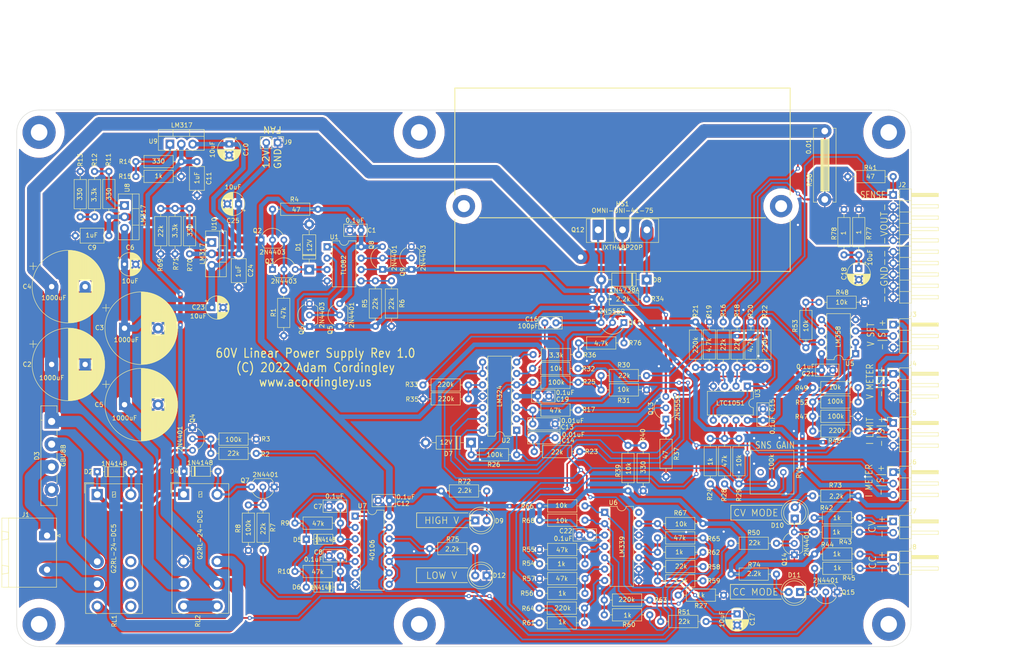
<source format=kicad_pcb>
(kicad_pcb (version 20211014) (generator pcbnew)
  (layers (0 "F.Cu" signal) (31 "B.Cu" signal) (34 "B.Paste" user) (35 "F.Paste" user) (36 "B.SilkS" user "B.Silkscreen") (37 "F.SilkS" user "F.Silkscreen") (38 "B.Mask" user) (39 "F.Mask" user) (44 "Edge.Cuts" user))
  (net 0 "")
  (net 1 "+15V")
  (net 2 "GND")
  (net 3 "VCC")
  (net 4 "Net-(C2-Pad2)")
  (net 5 "VAA")
  (net 6 "Net-(C7-Pad2)")
  (net 7 "Net-(C8-Pad2)")
  (net 8 "+5V")
  (net 9 "Net-(C13-Pad1)")
  (net 10 "Net-(D1-Pad1)")
  (net 11 "Net-(D2-Pad2)")
  (net 12 "Net-(D3-Pad2)")
  (net 13 "Net-(D3-Pad3)")
  (net 14 "Net-(D4-Pad2)")
  (net 15 "Net-(D5-Pad1)")
  (net 16 "Net-(C14-Pad1)")
  (net 17 "Net-(J1-Pad2)")
  (net 18 "/Linear Power Stage/VOUT_SNS")
  (net 19 "Net-(J2-Pad2)")
  (net 20 "REF_12V")
  (net 21 "Net-(C14-Pad2)")
  (net 22 "V_SENSE")
  (net 23 "Net-(J5-Pad2)")
  (net 24 "I_SENSE")
  (net 25 "REF_6V")
  (net 26 "Net-(J7-Pad1)")
  (net 27 "Net-(J7-Pad2)")
  (net 28 "Net-(J8-Pad1)")
  (net 29 "Net-(J8-Pad2)")
  (net 30 "/Linear Power Stage/CS")
  (net 31 "Net-(NT1-Pad2)")
  (net 32 "/Linear Power Stage/CS_N")
  (net 33 "Net-(Q2-Pad2)")
  (net 34 "Net-(Q2-Pad3)")
  (net 35 "Net-(Q4-Pad2)")
  (net 36 "Net-(D9-Pad2)")
  (net 37 "Net-(Q7-Pad2)")
  (net 38 "Net-(D10-Pad2)")
  (net 39 "Net-(D11-Pad2)")
  (net 40 "Net-(D12-Pad2)")
  (net 41 "Net-(Q14-Pad2)")
  (net 42 "Net-(C16-Pad1)")
  (net 43 "Net-(Q15-Pad2)")
  (net 44 "Net-(C16-Pad2)")
  (net 45 "FBR_SWITCH")
  (net 46 "Net-(J3-Pad2)")
  (net 47 "CAP_SWITCH")
  (net 48 "Net-(R11-Pad2)")
  (net 49 "Net-(R12-Pad2)")
  (net 50 "Net-(R14-Pad2)")
  (net 51 "Net-(Q5-Pad2)")
  (net 52 "Net-(Q8-Pad2)")
  (net 53 "Net-(Q13-Pad1)")
  (net 54 "Net-(R28-Pad1)")
  (net 55 "Net-(R5-Pad2)")
  (net 56 "Net-(R16-Pad1)")
  (net 57 "Net-(R18-Pad1)")
  (net 58 "Net-(R22-Pad1)")
  (net 59 "Net-(R49-Pad1)")
  (net 60 "CONST_V_MODE")
  (net 61 "CONST_I_MODE")
  (net 62 "I_SET")
  (net 63 "Net-(R24-Pad1)")
  (net 64 "V_SET")
  (net 65 "Net-(R46-Pad1)")
  (net 66 "Net-(R48-Pad2)")
  (net 67 "Net-(R54-Pad1)")
  (net 68 "HIGH_V_MODE")
  (net 72 "Net-(RL2-Pad4)")
  (net 75 "Net-(R56-Pad1)")
  (net 76 "Net-(C17-Pad1)")
  (net 77 "Net-(R60-Pad1)")
  (net 78 "+12V")
  (net 79 "Net-(R69-Pad1)")
  (net 80 "Net-(R61-Pad1)")
  (net 81 "Net-(R62-Pad1)")
  (net 82 "Net-(D9-Pad1)")
  (net 83 "Net-(D10-Pad1)")
  (net 84 "Net-(D11-Pad1)")
  (net 85 "Net-(Q11-Pad1)")
  (net 86 "Net-(Q13-Pad2)")
  (net 87 "/Linear Power Stage/FB")
  (net 88 "/Linear Power Stage/VOUT_FB")
  (net 89 "Net-(R27-Pad2)")
  (net 90 "Net-(R33-Pad1)")
  (net 91 "Net-(R39-Pad1)")
  (net 92 "Net-(R36-Pad1)")
  (net 93 "Net-(C18-Pad1)")
  (footprint "LED_THT:LED_D5.0mm" (layer "F.Cu") (at 162.56 131.8)
    (fp_text reference "D9")
    (fp_text value "LED")
  )
  (footprint "Resistor_THT:R_Axial_DIN0207_L6.3mm_D2.5mm_P10.16mm_Horizontal" (layer "F.Cu") (at 191.4 149.6)
    (fp_text reference "R63")
    (fp_text value "220k")
  )
  (footprint "Connector_PinHeader_2.54mm:PinHeader_1x03_P2.54mm_Horizontal" (layer "F.Cu") (at 256 88)
    (fp_text reference "J3")
    (fp_text value "Conn_01x03_Male" hide)
  )
  (footprint "Capacitor_THT:CP_Radial_D5.0mm_P2.50mm" (layer "F.Cu") (at 109.6 61 180)
    (fp_text reference "C25")
    (fp_text value "10uF")
  )
  (footprint "Resistor_THT:R_Axial_DIN0207_L6.3mm_D2.5mm_P10.16mm_Horizontal" (layer "F.Cu") (at 77.4 53.74 -90)
    (fp_text reference "R12")
    (fp_text value "3.3k")
  )
  (footprint "Package_TO_SOT_THT:TO-92_Inline_Wide" (layer "F.Cu") (at 195.78 87.55 180)
    (fp_text reference "Q11")
    (fp_text value "2N5550")
  )
  (footprint "Connector_PinHeader_2.54mm:PinHeader_1x10_P2.54mm_Horizontal" (layer "F.Cu") (at 256 59)
    (fp_text reference "J2")
    (fp_text value "Conn_01x10_Male" hide)
  )
  (footprint "Resistor_THT:R_Axial_DIN0207_L6.3mm_D2.5mm_P10.16mm_Horizontal" (layer "F.Cu") (at 200.1 125.18 90)
    (fp_text reference "R40")
    (fp_text value "330")
  )
  (footprint "Capacitor_THT:C_Axial_L5.1mm_D3.1mm_P7.50mm_Horizontal" (layer "F.Cu") (at 109.645 72.18 -90)
    (fp_text reference "C24")
    (fp_text value "1uF")
  )
  (footprint "Resistor_THT:R_Axial_DIN0207_L6.3mm_D2.5mm_P10.16mm_Horizontal" (layer "F.Cu") (at 96.8 51.547349 180)
    (fp_text reference "R14")
    (fp_text value "330")
  )
  (footprint "Capacitor_THT:CP_Radial_D16.0mm_P7.50mm" (layer "F.Cu") (at 84.1 105.9)
    (fp_text reference "C5")
    (fp_text value "1000uF")
  )
  (footprint "Capacitor_THT:C_Disc_D5.0mm_W2.5mm_P2.50mm" (layer "F.Cu") (at 188.28 135.04 180)
    (fp_text reference "C22")
    (fp_text value "0.1uF")
  )
  (footprint "Package_TO_SOT_THT:TO-92_Inline_Wide" (layer "F.Cu") (at 117.58 124.3 180)
    (fp_text reference "Q7")
    (fp_text value "2N4401")
  )
  (footprint "Resistor_THT:R_Axial_DIN0207_L6.3mm_D2.5mm_P10.16mm_Horizontal" (layer "F.Cu") (at 143.8 78.2 -90)
    (fp_text reference "R6")
    (fp_text value "22k")
  )
  (footprint "Resistor_THT:R_Axial_DIN0207_L6.3mm_D2.5mm_P10.16mm_Horizontal" (layer "F.Cu") (at 175.4 100.9)
    (fp_text reference "R25")
    (fp_text value "100k")
  )
  (footprint "Package_TO_SOT_THT:TO-92_Inline_Wide" (layer "F.Cu") (at 99.3 111.02 -90)
    (fp_text reference "Q4")
    (fp_text value "2N4401")
  )
  (footprint "Capacitor_THT:C_Disc_D7.0mm_W2.5mm_P5.00mm" (layer "F.Cu") (at 175.4 110.2)
    (fp_text reference "C13")
    (fp_text value "0.01uF")
  )
  (footprint "Resistor_THT:R_Axial_DIN0207_L6.3mm_D2.5mm_P10.16mm_Horizontal" (layer "F.Cu") (at 229.9 143.8 180)
    (fp_text reference "R74")
    (fp_text value "2.2k")
  )
  (footprint "Resistor_THT:R_Axial_DIN0207_L6.3mm_D2.5mm_P10.16mm_Horizontal" (layer "F.Cu") (at 248.16 105.3 180)
    (fp_text reference "R52")
    (fp_text value "100k")
  )
  (footprint "MountingHole:MountingHole_3.7mm_Pad" (layer "F.Cu") (at 65 155)
    (fp_text reference "H6" hide)
    (fp_text value "#6" hide)
  )
  (footprint "Resistor_THT:R_Axial_DIN0207_L6.3mm_D2.5mm_P10.16mm_Horizontal" (layer "F.Cu") (at 115.1 128.34 -90)
    (fp_text reference "R7")
    (fp_text value "22k")
  )
  (footprint "Resistor_THT:R_Axial_DIN0207_L6.3mm_D2.5mm_P10.16mm_Horizontal" (layer "F.Cu") (at 196.7 115 -90)
    (fp_text reference "R39")
    (fp_text value "10k")
  )
  (footprint "Resistor_THT:R_Axial_DIN0207_L6.3mm_D2.5mm_P10.16mm_Horizontal" (layer "F.Cu") (at 103.4 116.8)
    (fp_text reference "R2")
    (fp_text value "22k")
  )
  (footprint "Package_TO_SOT_THT:TO-247-3_Vertical" (layer "F.Cu") (at 190.02 66.8)
    (fp_text reference "Q12")
    (fp_text value "IXTH48P20P")
  )
  (footprint "Resistor_THT:R_Axial_DIN0207_L6.3mm_D2.5mm_P10.16mm_Horizontal" (layer "F.Cu") (at 111.8 138.5 90)
    (fp_text reference "R8")
    (fp_text value "100k")
  )
  (footprint "Connector_PinHeader_2.54mm:PinHeader_1x02_P2.54mm_Horizontal" (layer "F.Cu") (at 256 140)
    (fp_text reference "J8")
    (fp_text value "Conn_01x02_Male" hide)
  )
  (footprint "Resistor_THT:R_Axial_DIN0207_L6.3mm_D2.5mm_P10.16mm_Horizontal" (layer "F.Cu") (at 127.36 62.2 180)
    (fp_text reference "R4")
    (fp_text value "47")
  )
  (footprint "Diode_THT:Diode_Bridge_Vishay_GBU" (layer "F.Cu") (at 67.8 109.66 -90)
    (fp_text reference "D3")
    (fp_text value "GBU8B")
  )
  (footprint "Resistor_THT:R_Axial_DIN0207_L6.3mm_D2.5mm_P10.16mm_Horizontal" (layer "F.Cu") (at 190.68 99.4)
    (fp_text reference "R30")
    (fp_text value "22k")
  )
  (footprint "Resistor_THT:R_Bare_Metal_Element_L16.3mm_W4.8mm_P15.30mm" (layer "F.Cu") (at 240.7 44.7 -90)
    (fp_text reference "R38")
    (fp_text value "0.01")
  )
  (footprint "Diode_THT:D_DO-35_SOD27_P7.62mm_Horizontal" (layer "F.Cu") (at 124.76 136)
    (fp_text reference "D5")
    (fp_text value "1N4148")
  )
  (footprint "Resistor_THT:R_Axial_DIN0207_L6.3mm_D2.5mm_P10.16mm_Horizontal" (layer "F.Cu") (at 187.08 148.1 180)
    (fp_text reference "R56")
    (fp_text value "1k")
  )
  (footprint "MountingHole:MountingHole_3.7mm_Pad" (layer "F.Cu") (at 65 45)
    (fp_text reference "H1" hide)
    (fp_text value "#6" hide)
  )
  (footprint "Resistor_THT:R_Axial_DIN0207_L6.3mm_D2.5mm_P10.16mm_Horizontal" (layer "F.Cu") (at 221.1 97.56 90)
    (fp_text reference "R18")
    (fp_text value "22k")
  )
  (footprint "Resistor_THT:R_Axial_DIN0207_L6.3mm_D2.5mm_P10.16mm_Horizontal" (layer "F.Cu") (at 92.2 62.02 -90)
    (fp_text reference "R69")
    (fp_text value "22k")
  )
  (footprint "Resistor_THT:R_Axial_DIN0207_L6.3mm_D2.5mm_P10.16mm_Horizontal" (layer "F.Cu") (at 161.64 117.1)
    (fp_text reference "R26")
    (fp_text value "100k")
  )
  (footprint "Capacitor_THT:C_Disc_D5.0mm_W2.5mm_P2.50mm" (layer "F.Cu") (at 226.9 109.36 90)
    (fp_text reference "C15")
    (fp_text value "0.1uF")
  )
  (footprint "Resistor_THT:R_Axial_DIN0207_L6.3mm_D2.5mm_P10.16mm_Horizontal" (layer "F.Cu") (at 249.56 83 180)
    (fp_text reference "R48")
    (fp_text value "10k")
  )
  (footprint "Package_TO_SOT_THT:TO-220-3_Vertical" (layer "F.Cu") (at 103.6 69.64 -90)
    (fp_text reference "U10")
    (fp_text value "LM317")
  )
  (footprint "Resistor_THT:R_Axial_DIN0207_L6.3mm_D2.5mm_P10.16mm_Horizontal" (layer "F.Cu") (at 176.9 138.3)
    (fp_text reference "R55")
    (fp_text value "47k")
  )
  (footprint "Connector_PinHeader_2.54mm:PinHeader_1x02_P2.54mm_Horizontal" (layer "F.Cu") (at 256 132)
    (fp_text reference "J7")
    (fp_text value "Conn_01x02_Male" hide)
  )
  (footprint "Connector_PinHeader_2.54mm:PinHeader_1x02_P2.54mm_Vertical" (layer "F.Cu") (at 118.34 47.3 -90)
    (fp_text reference "J9")
    (fp_text value "Conn_01x02_Male" hide)
  )
  (footprint "Resistor_THT:R_Axial_DIN0207_L6.3mm_D2.5mm_P10.16mm_Horizontal" (layer "F.Cu") (at 256 54.9 180)
    (fp_text reference "R41")
    (fp_text value "47")
  )
  (footprint "Resistor_THT:R_Axial_DIN0207_L6.3mm_D2.5mm_P10.16mm_Horizontal" (layer "F.Cu") (at 203.3 138.9)
    (fp_text reference "R62")
    (fp_text value "1k")
  )
  (footprint "Resistor_THT:R_Axial_DIN0207_L6.3mm_D2.5mm_P10.16mm_Horizontal" (layer "F.Cu") (at 213.46 145.3 180)
    (fp_text reference "R59")
    (fp_text value "3.3k")
  )
  (footprint "Capacitor_THT:CP_Radial_D5.0mm_P2.50mm" (layer "F.Cu") (at 103.645 84.18)
    (fp_text reference "C23")
    (fp_text value "10uF")
  )
  (footprint "Resistor_THT:R_Axial_DIN0207_L6.3mm_D2.5mm_P10.16mm_Horizontal" (layer "F.Cu") (at 74.2 63.9 90)
    (fp_text reference "R13")
    (fp_text value "330")
  )
  (footprint "Resistor_THT:R_Axial_DIN0207_L6.3mm_D2.5mm_P10.16mm_Horizontal" (layer "F.Cu") (at 248.5 131.2 180)
    (fp_text reference "R42")
    (fp_text value "1k")
  )
  (footprint "Resistor_THT:R_Axial_DIN0207_L6.3mm_D2.5mm_P10.16mm_Horizontal" (layer "F.Cu") (at 175.48 94.7)
    (fp_text reference "R36")
    (fp_text value "3.3k")
  )
  (footprint "Resistor_THT:R_Axial_DIN0207_L6.3mm_D2.5mm_P10.16mm_Horizontal" (layer "F.Cu") (at 175.36 97.8)
    (fp_text reference "R32")
    (fp_text value "10k")
  )
  (footprint "MountingHole:MountingHole_3.7mm_Pad" (layer "F.Cu") (at 255 155)
    (fp_text reference "H4" hide)
    (fp_text value "#6" hide)
  )
  (footprint "Resistor_THT:R_Axial_DIN0207_L6.3mm_D2.5mm_P10.16mm_Horizontal" (layer "F.Cu") (at 224.2 87.4 -90)
    (fp_text reference "R20")
    (fp_text value "4.7k")
  )
  (footprint "Diode_THT:D_DO-41_SOD81_P10.16mm_Horizontal" (layer "F.Cu") (at 200.88 77.948334 180)
    (fp_text reference "D8")
    (fp_text value "1N4738A")
  )
  (footprint "Diode_THT:D_DO-35_SOD27_P7.62mm_Horizontal" (layer "F.Cu") (at 132.38 146.7 180)
    (fp_text reference "D6")
    (fp_text value "1N4148")
  )
  (footprint "Resistor_THT:R_Axial_DIN0207_L6.3mm_D2.5mm_P10.16mm_Horizontal" (layer "F.Cu") (at 248.5 134.4 180)
    (fp_text reference "R43")
    (fp_text value "1k")
  )
  (footprint "Package_DIP:DIP-14_W7.62mm" (layer "F.Cu") (at 171.8 111.625 180)
    (fp_text reference "U2")
    (fp_text value "LM324")
  )
  (footprint "Resistor_THT:R_Axial_DIN0207_L6.3mm_D2.5mm_P10.16mm_Horizontal" (layer "F.Cu") (at 161 104.6 180)
    (fp_text reference "R35")
    (fp_text value "220k")
  )
  (footprint "Resistor_THT:R_Axial_DIN0207_L6.3mm_D2.5mm_P10.16mm_Horizontal" (layer "F.Cu") (at 221.5 123.62 90)
    (fp_text reference "R29")
    (fp_text value "10k")
  )
  (footprint "Resistor_THT:R_Axial_DIN0207_L6.3mm_D2.5mm_P10.16mm_Horizontal" (layer "F.Cu") (at 218 97.56 90)
    (fp_text reference "R16")
    (fp_text value "22k")
  )
  (footprint "Package_TO_SOT_THT:TO-92_Inline_Wide" (layer "F.Cu") (at 114.66 69.06)
    (fp_text reference "Q2")
    (fp_text value "2N4403")
  )
  (footprint "Resistor_THT:R_Axial_DIN0207_L6.3mm_D2.5mm_P10.16mm_Horizontal" (layer "F.Cu") (at 218.3 123.62 90)
    (fp_text reference "R28")
    (fp_text value "47k")
  )
  (footprint "Diode_THT:D_DO-41_SOD81_P10.16mm_Horizontal" (layer "F.Cu") (at 125.4 75.7 90)
    (fp_text reference "D1")
    (fp_text value "12V")
  )
  (footprint "Resistor_THT:R_Axial_DIN0207_L6.3mm_D2.5mm_P10.16mm_Horizontal" (layer "F.Cu") (at 161 101.5 180)
    (fp_text reference "R33")
    (fp_text value "220k")
  )
  (footprint "Resistor_THT:R_Axial_DIN0207_L6.3mm_D2.5mm_P10.16mm_Horizontal" (layer "F.Cu") (at 113.56 113.6 180)
    (fp_text reference "R3")
    (fp_text value "100k")
  )
  (footprint "Resistor_THT:R_Axial_DIN0207_L6.3mm_D2.5mm_P10.16mm_Horizontal" (layer "F.Cu") (at 245 62.24 -90)
    (fp_text reference "R78")
    (fp_text value "1")
  )
  (footprint "MountingHole:MountingHole_3.7mm_Pad" (layer "F.Cu") (at 255 45)
    (fp_text reference "H3" hide)
    (fp_text value "#6" hide)
  )
  (footprint "Resistor_THT:R_Axial_DIN0207_L6.3mm_D2.5mm_P10.16mm_Horizontal" (layer "F.Cu") (at 203.32 142.1)
    (fp_text reference "R58")
    (fp_text value "22k")
  )
  (footprint "Resistor_THT:R_Axial_DIN0207_L6.3mm_D2.5mm_P10.16mm_Horizontal" (layer "F.Cu") (at 205.2 111.82 -90)
    (fp_text reference "R37")
    (fp_text value "47")
  )
  (footprint "Capacitor_THT:CP_Radial_D5.0mm_P2.50mm" (layer "F.Cu") (at 84.1 74.5)
    (fp_text reference "C6")
    (fp_text value "10uF")
  )
  (footprint "Resistor_THT:R_Axial_DIN0207_L6.3mm_D2.5mm_P10.16mm_Horizontal" (layer "F.Cu") (at 122.22 132.4)
    (fp_text reference "R9")
    (fp_text value "47k")
  )
  (footprint "Diode_THT:D_DO-41_SOD81_P10.16mm_Horizontal" (layer "F.Cu") (at 161.6 114.4 180)
    (fp_text reference "D7")
    (fp_text value "12V")
  )
  (footprint "Resistor_THT:R_Axial_DIN0207_L6.3mm_D2.5mm_P10.16mm_Horizontal" (layer "F.Cu") (at 162.5 138.1 180)
    (fp_text reference "R75")
    (fp_text value "2.2k")
  )
  (footprint "Package_TO_SOT_THT:TO-92_Inline_Wide" (layer "F.Cu") (at 205.16 109.14 90)
    (fp_text reference "Q13")
    (fp_text value "2N5550")
  )
  (footprint "Resistor_THT:R_Axial_DIN0207_L6.3mm_D2.5mm_P10.16mm_Horizontal" (layer "F.Cu") (at 119.7 80.3 -90)
    (fp_text reference "R1")
    (fp_text value "47k")
  )
  (footprint "Package_DIP:DIP-8_W7.62mm" (layer "F.Cu") (at 247.6 94.5 180)
    (fp_text reference "U5")
    (fp_text value "LM358")
  )
  (footprint "Connector_Phoenix_GMSTB:PhoenixContact_GMSTBA_2,5_2-G-7,62_1x02_P7.62mm_Horizontal" (layer "F.Cu") (at 66.7775 135.19 -90)
    (fp_text reference "J1")
    (fp_text value "Screw_Terminal_01x02" hide)
  )
  (footprint "Resistor_THT:R_Axial_DIN0207_L6.3mm_D2.5mm_P10.16mm_Horizontal" (layer "F.Cu") (at 186.98 151.4 180)
    (fp_text reference "R64")
    (fp_text value "220k")
  )
  (footprint "Resistor_THT:R_Axial_DIN0207_L6.3mm_D2.5mm_P10.16mm_Horizontal" (layer "F.Cu") (at 211.8 97.56 90)
    (fp_text reference "R21")
    (fp_text value "220k")
  )
  (footprint "Package_TO_SOT_THT:TO-92_Inline_Wide" (layer "F.Cu") (at 132.2 88.4 90)
    (fp_text reference "Q5")
    (fp_text value "2N4401")
  )
  (footprint "Package_TO_SOT_THT:TO-92_Inline_Wide" (layer "F.Cu") (at 243.48 147.8 180)
    (fp_text reference "Q15")
    (fp_text value "2N4401")
  )
  (footprint "Diode_THT:D_DO-35_SOD27_P7.62mm_Horizontal" (layer "F.Cu") (at 77.99 120.9)
    (fp_text reference "D2")
    (fp_text value "1N4148")
  )
  (footprint "Package_TO_SOT_THT:TO-92_Inline_Wide" (layer "F.Cu") (at 125.46 88.4 90)
    (fp_text reference "Q6")
    (fp_text value "2N4403")
  )
  (footprint "Relay_THT:Relay_DPDT_Omron_G2RL" (layer "F.Cu") (at 78 126 -90)
    (fp_text reference "RL1")
    (fp_text value "G2RL-24-DC5")
  )
  (footprint "Package_TO_SOT_THT:TO-92_Inline_Wide" (layer "F.Cu") (at 148.26 75.64 90)
    (fp_text reference "Q9")
    (fp_text value "2N4403")
  )
  (footprint "MountingHole:MountingHole_3.7mm_Pad" (layer "F.Cu") (at 150 155)
    (fp_text reference "H5" hide)
    (fp_text value "#6" hide)
  )
  (footprint "Capacitor_THT:CP_Radial_D5.0mm_P2.50mm" (layer "F.Cu") (at 248.3 75.44 -90)
    (fp_text reference "C18")
    (fp_text value "10uF")
  )
  (footprint "Resistor_THT:R_Axial_DIN0207_L6.3mm_D2.5mm_P10.16mm_Horizontal" (layer "F.Cu") (at 203.3 132.5)
    (fp_text reference "R67")
    (fp_text value "10k")
  )
  (footprint "Package_TO_SOT_THT:TO-92_Inline_Wide" (layer "F.Cu") (at 233.9 139.48 90)
    (fp_text reference "Q14")
    (fp_text value "2N4401")
  )
  (footprint "Resistor_THT:R_Axial_DIN0207_L6.3mm_D2.5mm_P10.16mm_Horizontal" (layer "F.Cu") (at 215.1 113.46 -90)
    (fp_text reference "R24")
    (fp_text value "1k")
  )
  (footprint "Capacitor_THT:C_Disc_D5.0mm_W2.5mm_P2.50mm" (layer "F.Cu") (at 129.88 128.6)
    (fp_text reference "C7")
    (fp_text value "0.1uF")
  )
  (footprint "Capacitor_THT:C_Disc_D5.0mm_W2.5mm_P2.50mm" (layer "F.Cu") (at 240 98.2)
    (fp_text reference "C21")
    (fp_text value "0.1uF")
  )
  (footprint "Resistor_THT:R_Axial_DIN0207_L6.3mm_D2.5mm_P10.16mm_Horizontal" (layer "F.Cu") (at 218.08 148.5 180)
    (fp_text reference "R27")
    (fp_text value "1k")
  )
  (footprint "Resistor_THT:R_Axial_DIN0207_L6.3mm_D2.5mm_P10.16mm_Horizontal" (layer "F.Cu") (at 227.3 87.4 -90)
    (fp_text reference "R22")
    (fp_text value "220k")
  )
  (footprint "Diode_THT:D_DO-35_SOD27_P7.62mm_Horizontal" (layer "F.Cu") (at 97.39 120.8)
    (fp_text reference "D4")
    (fp_text value "1N4148")
  )
  (footprint "Potentiometer_THT:Potentiometer_Bourns_3386P_Vertical" (layer "F.Cu") (at 226.36 121.02 -90)
    (fp_text reference "RV1")
    (fp_text value "100k")
  )
  (footprint "Connector_PinHeader_2.54mm:PinHeader_1x03_P2.54mm_Horizontal" (layer "F.Cu") (at 256 99)
    (fp_text reference "J4")
    (fp_text value "Conn_01x03_Male" hide)
  )
  (footprint "Capacitor_THT:C_Disc_D5.0mm_W2.5mm_P2.50mm" (layer "F.Cu") (at 129.88 139.7)
    (fp_text reference "C8")
    (fp_text value "0.1uF")
  )
  (footprint "Package_DIP:DIP-14_W7.62mm" (layer "F.Cu") (at 135.68 130.82)
    (fp_text reference "U7")
    (fp_text value "40106")
  )
  (footprint "Resistor_THT:R_Axial_DIN0207_L6.3mm_D2.5mm_P10.16mm_Horizontal" (layer "F.Cu") (at 214.9 87.38 -90)
    (fp_text reference "R19")
    (fp_text value "4.7k")
  )
  (footprint "Capacitor_THT:CP_Radial_D5.0mm_P2.50mm" (layer "F.Cu") (at 107.5 47.6 -90)
    (fp_text reference "C10")
    (fp_text value "10uF")
  )
  (footprint "Resistor_THT:R_Axial_DIN0207_L6.3mm_D2.5mm_P10.16mm_Horizontal" (layer "F.Cu") (at 175.4 107.1)
    (fp_text reference "R17")
    (fp_text value "47k")
  )
  (footprint "Resistor_THT:R_Axial_DIN0207_L6.3mm_D2.5mm_P10.16mm_Horizontal" (layer "F.Cu") (at 219.74 136.9)
    (fp_text reference "R50")
    (fp_text value "22k")
  )
  (footprint "Resistor_THT:R_Axial_DIN0207_L6.3mm_D2.5mm_P10.16mm_Horizontal" (layer "F.Cu") (at 238.02 111.8)
    (fp_text reference "R46")
    (fp_text value "220k")
  )
  (footprint "Resistor_THT:R_Axial_DIN0207_L6.3mm_D2.5mm_P10.16mm_Horizontal" (layer "F.Cu") (at 248.6 142.5 180)
    (fp_text reference "R45")
    (fp_text value "1k")
  )
  (footprint "Capacitor_THT:C_Axial_L5.1mm_D3.1mm_P7.50mm_Horizontal" (layer "F.Cu") (at 80.6 68.1 180)
    (fp_text reference "C9")
    (fp_text value "1uF")
  )
  (footprint "Resistor_THT:R_Axial_DIN0207_L6.3mm_D2.5mm_P10.16mm_Horizontal" (layer "F.Cu") (at 165.1 125.2 180)
    (fp_text reference "R72")
    (fp_text value "2.2k")
  )
  (footprint "Resistor_THT:R_Axial_DIN0207_L6.3mm_D2.5mm_P10.16mm_Horizontal" (layer "F.Cu") (at 187.08 131.74 180)
    (fp_text reference "R68")
    (fp_text value "10k")
  )
  (footprint "MountingHole:MountingHole_3.7mm_Pad" (layer "F.Cu") (at 150 45)
    (fp_text reference "H2" hide)
    (fp_text value "#6" hide)
  )
  (footprint "NetTie:NetTie-2_SMD_Pad0.5mm" (layer "F.Cu") (at 234.7 51.2 90)
    (fp_text reference "NT1" hide)
    (fp_text value "NetTie_2" hide)
  )
  (footprint "LED_THT:LED_D5.0mm" (layer "F.Cu") (at 235.175 147.8 180)
    (fp_text reference "D11")
    (fp_text value "LED")
  )
  (footprint "Resistor_THT:R_Axial_DIN0207_L6.3mm_D2.5mm_P10.16mm_Horizontal" (layer "F.Cu") (at 248.3 62.24 -90)
    (fp_text reference "R77")
    (fp_text value "1")
  )
  (footprint "Resistor_THT:R_Axial_DIN0207_L6.3mm_D2.5mm_P10.16mm_Horizontal" (layer "F.Cu") (at 200.88 82.3 180)
    (fp_text reference "R34")
    (fp_text value "2.2k")
  )
  (footprint "Capacitor_THT:CP_Radial_D16.0mm_P7.50mm" (layer "F.Cu") (at 67.8 96.9)
    (fp_text reference "C2")
    (fp_text value "1000uF")
  )
  (footprint "Resistor_THT:R_Axial_DIN0207_L6.3mm_D2.5mm_P10.16mm_Horizontal" (layer "F.Cu") (at 203.3 135.7)
    (fp_text reference "R65")
    (fp_text value "47k")
  )
  (footprint "Capacitor_THT:CP_Radial_D5.0mm_P2.50mm" (layer "F.Cu") (at 221.1 152.7 -90)
    (fp_text reference "C17")
    (fp_text value "10uF")
  )
  (footprint "Capacitor_THT:CP_Radial_D16.0mm_P7.50mm" (layer "F.Cu") (at 84.1 88.8)
    (fp_text reference "C3")
    (fp_text value "1000uF")
  )
  (footprint "Package_TO_SOT_THT:TO-92_Inline_Wide" (layer "F.Cu") (at 117.2 75.66)
    (fp_text reference "Q3")
    (fp_text value "2N4403")
  )
  (footprint "Resistor_THT:R_Axial_DIN0207_L6.3mm_D2.5mm_P10.16mm_Horizontal" (layer "F.Cu") (at 248.16 102.1 180)
    (fp_text reference "R49")
    (fp_text value "10k")
  )
  (footprint "NetTie:NetTie-2_SMD_Pad0.5mm" (layer "F.Cu") (at 237.2 60)
    (fp_text reference "NT2" hide)
    (fp_text value "NetTie_2" hide)
  )
  (footprint "Capacitor_THT:C_Axial_L5.1mm_D3.1mm_P7.50mm_Horizontal" (layer "F.Cu") (at 100.3 51.547349 -90)
    (fp_text reference "C11")
    (fp_text value "1uF")
  )
  (footprint "Resistor_THT:R_Axial_DIN0207_L6.3mm_D2.5mm_P10.16mm_Horizontal" (layer "F.Cu") (at 122.22 143.2)
    (fp_text reference "R10")
    (fp_text value "47k")
  )
  (footprint "Resistor_THT:R_Axial_DIN0207_L6.3mm_D2.5mm_P10.16mm_Horizontal" (layer "F.Cu") (at 86.64 54.847349)
    (fp_text reference "R15")
    (fp_text value "1k")
  )
  (footprint "Package_DIP:DIP-8_W7.62mm" (layer "F.Cu") (at 223.4 101.76 -90)
    (fp_text reference "U3")
    (fp_text value "LTC1051")
  )
  (footprint "Resistor_THT:R_Axial_DIN0207_L6.3mm_D2.5mm_P10.16mm_Horizontal" (layer "F.Cu") (at 186.98 154.7 180)
    (fp_text reference "R61")
    (fp_text value "1k")
  )
  (footprint "Capacitor_THT:C_Disc_D5.0mm_W2.5mm_P2.50mm" (layer "F.Cu") (at 176.5 104)
    (fp_text reference "C19")
    (fp_text value "0.1uF")
  )
  (footprint "Package_DIP:DIP-8_W7.62mm" (layer "F.Cu") (at 129.4 70.6)
    (fp_text reference "U1")
    (fp_text value "TL082")
  )
  (footprint "Package_TO_SOT_THT:TO-220-3_Vertical" (layer "F.Cu") (at 94.26 47.645)
    (fp_text reference "U9")
    (fp_text value "LM317")
  )
  (footprint "Resistor_THT:R_Axial_DIN0207_L6.3mm_D2.5mm_P10.16mm_Horizontal" (layer "F.Cu") (at 200.86 102.6 180)
    (fp_text reference "R31")
    (fp_text value "10k")
  )
  (footprint "Capacitor_THT:CP_Radial_D16.0mm_P7.50mm" (layer "F.Cu") (at 67.8 79.5)
    (fp_text reference "C4")
    (fp_text value "1000uF")
  )
  (footprint "Resistor_THT:R_Axial_DIN0207_L6.3mm_D2.5mm_P10.16mm_Horizontal" (layer "F.Cu") (at 185.64 92.1)
    (fp_text reference "R76")
    (fp_text value "4.7k")
  )
  (footprint "Resistor_THT:R_Axial_DIN0207_L6.3mm_D2.5mm_P10.16mm_Horizontal" (layer "F.Cu") (at 187.08 141.5 180)
    (fp_text reference "R54")
    (fp_text value "1k")
  )
  (footprint "Capacitor_THT:C_Disc_D5.0mm_W2.5mm_P2.50mm" (layer "F.Cu") (at 178.1 87.6)
    (fp_text reference "C16")
    (fp_text value "100pF")
  )
  (footprint "Resistor_THT:R_Axial_DIN0207_L6.3mm_D2.5mm_P10.16mm_Horizontal" (layer "F.Cu") (at 238 108.5)
    (fp_text reference "R47")
    (fp_text value "100k")
  )
  (footprint "LED_THT:LED_D5.0mm" (layer "F.Cu") (at 165.075 144.1 180)
    (fp_text reference "D12")
    (fp_text value "LED")
  )
  (footprint "Package_TO_SOT_THT:TO-92_Inline_Wide" (layer "F.Cu") (at 141.8 75.64 90)
    (fp_text reference "Q8")
    (fp_text value "2N4401")
  )
  (footprint "Resistor_THT:R_Axial_DIN0207_L6.3mm_D2.5mm_P10.16mm_Horizontal" (layer "F.Cu") (at 175.74 116.4)
    (fp_text reference "R23")
    (fp_text value "22k")
  )
  (footprint "Repowered_Heat_Sinks:Wakefield_Vette_OMNI-UNI-41-75" (layer "F.Cu") (at 195.47 61.5)
    (fp_text reference "HS1")
    (fp_text value "OMNI-UNI-41-75")
  )
  (footprint "Resistor_THT:R_Axial_DIN0207_L6.3mm_D2.5mm_P10.16mm_Horizontal" (layer "F.Cu") (at 204 154.4)
    (fp_text reference "R51")
    (fp_text value "22k")
  )
  (footprint "Resistor_THT:R_Axial_DIN0207_L6.3mm_D2.5mm_P10.16mm_Horizontal" (layer "F.Cu") (at 187.08 128.54 180)
    (fp_text reference "R66")
    (fp_text value "10k")
  )
  (footprint "Resistor_THT:R_Axial_DIN0207_L6.3mm_D2.5mm_P10.16mm_Horizontal" (layer "F.Cu") (at 98.645 72.18 90)
    (fp_text reference "R70")
    (fp_text value "330")
  )
  (footprint "Resistor_THT:R_Axial_DIN0207_L6.3mm_D2.5mm_P10.16mm_Horizontal" (layer "F.Cu") (at 176.92 144.8)
    (fp_text reference "R57")
    (fp_text value "47k")
  )
  (footprint "Package_TO_SOT_THT:TO-220-3_Vertical" (layer "F.Cu") (at 84.1 61.36 -90)
    (fp_text reference "U8")
    (fp_text value "LM317")
  )
  (footprint "Connector_PinHeader_2.54mm:PinHeader_1x03_P2.54mm_Horizontal" (layer "F.Cu") (at 256 121)
    (fp_text reference "J6")
    (fp_text value "Conn_01x03_Male" hide)
  )
  (footprint "Resistor_THT:R_Axial_DIN0207_L6.3mm_D2.5mm_P10.16mm_Horizontal" (layer "F.Cu") (at 140.2 88.36 90)
    (fp_text reference "R5")
    (fp_text value "22k")
  )
  (footprint "Resistor_THT:R_Axial_DIN0207_L6.3mm_D2.5mm_P10.16mm_Horizontal" (layer "F.Cu") (at 191.4 152.9)
    (fp_text reference "R60")
    (fp_text value "1k")
  )
  (footprint "Resistor_THT:R_Axial_DIN0207_L6.3mm_D2.5mm_P10.16mm_Horizontal" (layer "F.Cu") (at 238 126.3)
    (fp_text reference "R73")
    (fp_text value "2.2k")
  )
  (footprint "Connector_PinHeader_2.54mm:PinHeader_1x03_P2.54mm_Horizontal" (layer "F.Cu") (at 256 110)
    (fp_text reference "J5")
    (fp_text value "Conn_01x03_Male" hide)
  )
  (footprint "Capacitor_THT:C_Disc_D5.0mm_W2.5mm_P2.50mm" (layer "F.Cu") (at 137 66.9 180)
    (fp_text reference "C1")
    (fp_text value "0.1uF")
  )
  (footprint "Capacitor_THT:C_Disc_D7.0mm_W2.5mm_P5.00mm" (layer "F.Cu") (at 175.4 113.3)
    (fp_text reference "C14")
    (fp_text value "0.01uF")
  )
  (footprint "Resistor_THT:R_Axial_DIN0207_L6.3mm_D2.5mm_P10.16mm_Horizontal" (layer "F.Cu") (at 95.4 62.02 -90)
    (fp_text reference "R71")
    (fp_text value "3.3k")
  )
  (footprint "Capacitor_THT:C_Disc_D5.0mm_W2.5mm_P2.50mm" (layer "F.Cu") (at 143.33 127.345 180)
    (fp_text reference "C12")
    (fp_text value "0.1uF")
  )
  (footprint "Resistor_THT:R_Axial_DIN0207_L6.3mm_D2.5mm_P10.16mm_Horizontal" (layer "F.Cu") (at 236.48 83 -90)
    (fp_text reference "R53")
    (fp_text value "10k")
  )
  (footprint "Resistor_THT:R_Axial_DIN0207_L6.3mm_D2.5mm_P10.16mm_Horizontal" (layer "F.Cu") (at 80.6 63.88 90)
    (fp_text reference "R11")
    (fp_text value "330")
  )
  (footprint "Relay_THT:Relay_DPDT_Omron_G2RL" (layer "F.Cu") (at 97.3125 125.9625 -90)
    (fp_text reference "RL2")
    (fp_text value "G2RL-24-DC5")
  )
  (footprint "LED_THT:LED_D5.0mm" (layer "F.Cu") (at 234 131.375 90)
    (fp_text reference "D10")
    (fp_text value "LED")
  )
  (footprint "Package_DIP:DIP-14_W7.62mm" (layer "F.Cu") (at 191.48 129.98)
    (fp_text reference "U6")
    (fp_text value "LM339")
  )
  (footprint "Resistor_THT:R_Axial_DIN0207_L6.3mm_D2.5mm_P10.16mm_Horizontal" (layer "F.Cu") (at 248.58 139.3 180)
    (fp_text reference "R44")
    (fp_text value "1k")
  )
  (gr_line (start 231 149.4) (end 219.6 149.4) (layer "F.SilkS") (width 0.15))
  (gr_line (start 160.835 133.4) (end 149.435 133.4) (layer "F.SilkS") (width 0.15))
  (gr_line (start 231.1 131.7) (end 219.7 131.7) (layer "F.SilkS") (width 0.15))
  (gr_line (start 149.4 142.4) (end 160.9 142.4) (layer "F.SilkS") (width 0.15))
  (gr_line (start 219.6 149.4) (end 219.6 146.1) (layer "F.SilkS") (width 0.15))
  (gr_line (start 160.8 145.7) (end 149.4 145.7) (layer "F.SilkS") (width 0.15))
  (gr_line (start 149.4 145.7) (end 149.4 142.4) (layer "F.SilkS") (width 0.15))
  (gr_line (start 219.7 131.7) (end 219.7 128.4) (layer "F.SilkS") (width 0.15))
  (gr_line (start 219.7 128.4) (end 231.2 128.4) (layer "F.SilkS") (width 0.15))
  (gr_line (start 219.6 146.1) (end 231.1 146.1) (layer "F.SilkS") (width 0.15))
  (gr_line (start 149.435 133.4) (end 149.435 130.1) (layer "F.SilkS") (width 0.15))
  (gr_line (start 149.435 130.1) (end 160.935 130.1) (layer "F.SilkS") (width 0.15))
  (gr_line (start 260 45) (end 260 155) (layer "Edge.Cuts") (width 0.1))
  (gr_arc (start 260 155) (mid 258.535534 158.535534) (end 255 160) (layer "Edge.Cuts") (width 0.1))
  (gr_arc (start 65 160) (mid 61.464466 158.535534) (end 60 155) (layer "Edge.Cuts") (width 0.1))
  (gr_arc (start 60 45) (mid 61.464466 41.464466) (end 65 40) (layer "Edge.Cuts") (width 0.1))
  (gr_line (start 65 160) (end 255 160) (layer "Edge.Cuts") (width 0.1))
  (gr_line (start 255 40) (end 65 40) (layer "Edge.Cuts") (width 0.1))
  (gr_arc (start 255 40) (mid 258.535534 41.464466) (end 260 45) (layer "Edge.Cuts") (width 0.1))
  (gr_line (start 60 45) (end 60 155) (layer "Edge.Cuts") (width 0.1))
  (gr_text "-|S|+" (at 253.2 122.8 90) (layer "F.SilkS") (effects (font (size 1.5 1.3))))
  (gr_text "--GND--|" (at 254 76.5 90) (layer "F.SilkS") (effects (font (size 1.5 1.5))))
  (gr_text "GND" (at 118.365 50.9 90) (layer "F.SilkS") (effects (font (size 1.5 1.5) (thickness 0.2))))
  (gr_text "CV MODE" (at 225.3 130.1) (layer "F.SilkS") (effects (font (size 1.5 1.5))))
  (gr_text "I METER" (at 250.6 122.9 90) (layer "F.SilkS") (effects (font (size 1.5 1.25))))
  (gr_text "CV" (at 251.3 133.16 90) (layer "F.SilkS") (effects (font (size 1.5 1.5))))
  (gr_text "HIGH V" (at 155.035 131.8) (layer "F.SilkS") (effects (font (size 1.5 1.5))))
  (gr_text "I LIMIT" (at 250.8 111.8 90) (layer "F.SilkS") (effects (font (size 1.5 1.25))))
  (gr_text "12V" (at 115.765 51 90) (layer "F.SilkS") (effects (font (size 1.5 1.5) (thickness 0.2))))
  (gr_text "LOW V" (at 155 144.1) (layer "F.SilkS") (effects (font (size 1.5 1.5))))
  (gr_text "-|S|+" (at 253.3 100.8 90) (layer "F.SilkS") (effects (font (size 1.5 1.3))))
  (gr_text "V SET" (at 251 90.2 90) (layer "F.SilkS") (effects (font (size 1.5 1.25))))
  (gr_text "CC MODE" (at 225.2 147.8) (layer "F.SilkS") (effects (font (size 1.5 1.5))))
  (gr_text "-|S|+" (at 253.3 111.9 90) (layer "F.SilkS") (effects (font (size 1.5 1.3))))
  (gr_text "CC" (at 251.4 141.16 90) (layer "F.SilkS") (effects (font (size 1.5 1.5))))
  (gr_text "-|S|+" (at 253.5 90.3 90) (layer "F.SilkS") (effects (font (size 1.5 1.3))))
  (gr_text "-|+" (at 253.4 133.16 90) (layer "F.SilkS") (effects (font (size 1.5 1.5))))
  (gr_text "60V Linear Power Supply Rev 1.0\n(C) 2022 Adam Cordingley\nwww.acordingley.us" (at 126.8 97.6) (layer "F.SilkS") (effects (font (size 2 1.75) (thickness 0.25))))
  (gr_text "SENSE" (at 251.5 59) (layer "F.SilkS") (effects (font (size 1.5 1.2))))
  (gr_text "I SNS GAIN" (at 228.8 114.96) (layer "F.SilkS") (effects (font (size 1.5 1.25))))
  (gr_text "-|+" (at 253.4 141.16 90) (layer "F.SilkS") (effects (font (size 1.5 1.5))))
  (gr_text "V METER" (at 250.8 100.7 90) (layer "F.SilkS") (effects (font (size 1.5 1.25))))
  (gr_text "-VOUT-" (at 254 65.5 90) (layer "F.SilkS") (effects (font (size 1.5 1.5))))
  (gr_text "FAN" (at 117.165 44.4 180) (layer "F.SilkS") (effects (font (size 1.5 1.5) (thickness 0.2))))
  (segment (start 244.5 100.8) (end 241.2 100.8) (width 1) (layer "F.Cu") (net 1))
  (segment (start 256 99) (end 246.3 99) (width 1) (layer "F.Cu") (net 1))
  (segment (start 176.86 128.6) (end 176.92 128.54) (width 1) (layer "F.Cu") (net 1))
  (segment (start 246.3 99) (end 244.5 100.8) (width 1) (layer "F.Cu") (net 1))
  (segment (start 170.2 128.6) (end 176.86 128.6) (width 1) (layer "F.Cu") (net 1))
  (segment (start 240 99.6) (end 240 98.2) (width 1) (layer "F.Cu") (net 1))
  (segment (start 241.2 100.8) (end 240 99.6) (width 1) (layer "F.Cu") (net 1))
  (segment (start 226.88 109.38) (end 226.9 109.36) (width 1) (layer "F.Cu") (net 1))
  (segment (start 109.36 69.06) (end 105.5 65.2) (width 1.5) (layer "F.Cu") (net 1))
  (segment (start 88.4 65.2) (end 87.1 63.9) (width 1.5) (layer "F.Cu") (net 1))
  (segment (start 114.66 69.06) (end 109.36 69.06) (width 1.5) (layer "F.Cu") (net 1))
  (segment (start 87.1 63.9) (end 84.1 63.9) (width 1.5) (layer "F.Cu") (net 1))
  (segment (start 105.5 65.2) (end 88.4 65.2) (width 1.5) (layer "F.Cu") (net 1))
  (via (at 170.2 128.6) (size 0.9) (drill 0.5) (layers "F.Cu" "B.Cu") (net 1))
  (segment (start 191.48 135.06) (end 188.3 135.06) (width 0.5) (layer "B.Cu") (net 1))
  (segment (start 187.44 125.16) (end 196.7 125.16) (width 1) (layer "B.Cu") (net 1))
  (segment (start 153.2 101.6) (end 153.2 105.4) (width 1) (layer "B.Cu") (net 1))
  (segment (start 120.9 97.8) (end 131.7 108.6) (width 1.5) (layer "B.Cu") (net 1))
  (segment (start 198.84 127.3) (end 196.7 125.16) (width 1) (layer "B.Cu") (net 1))
  (segment (start 141.76 70.6) (end 141.8 70.56) (width 1) (layer "B.Cu") (net 1))
  (segment (start 197.6 86.5) (end 197.6 88.464511) (width 0.5) (layer "B.Cu") (net 1))
  (segment (start 222.5 135.1) (end 219.9 132.5) (width 1) (layer "B.Cu") (net 1))
  (segment (start 191.6 97.8) (end 189.7 97.8) (width 0.5) (layer "B.Cu") (net 1))
  (segment (start 177.5 106.2) (end 182 106.2) (width 0.5) (layer "B.Cu") (net 1))
  (segment (start 155 125.2) (end 154.94 125.2) (width 1) (layer "B.Cu") (net 1))
  (segment (start 240 94.52) (end 239.98 94.5) (width 1) (layer "B.Cu") (net 1))
  (segment (start 258.4 120) (end 258.4 99.9) (width 1) (layer "B.Cu") (net 1))
  (segment (start 176.5 105.2) (end 177.5 106.2) (width 0.5) (layer "B.Cu") (net 1))
  (segment (start 224.4 141.7) (end 236.02 141.7) (width 1) (layer "B.Cu") (net 1))
  (segment (start 257.6 120.8) (end 258.4 120) (width 1) (layer "B.Cu") (net 1))
  (segment (start 118.4 59.9) (end 120.7 62.2) (width 1) (layer "B.Cu") (net 1))
  (segment (start 135.5 70.6) (end 134.5 71.6) (width 1) (layer "B.Cu") (net 1))
  (segment (start 241 136.72) (end 238.42 139.3) (width 1) (layer "B.Cu") (net 1))
  (segment (start 257.6 120.8) (end 258.4 121.6) (width 1) (layer "B.Cu") (net 1))
  (segment (start 230.3 108) (end 230.3 104.1) (width 1) (layer "B.Cu") (net 1))
  (segment (start 219.74 143.8) (end 222.3 143.8) (width 1) (layer "B.Cu") (net 1))
  (segment (start 226.9 109.36) (end 228.94 109.36) (width 1) (layer "B.Cu") (net 1))
  (segment (start 143.33 120.23) (end 143.33 127.345) (width 1.5) (layer "B.Cu") (net 1))
  (segment (start 241 131.2) (end 241 136.72) (width 1) (layer "B.Cu") (net 1))
  (segment (start 177.9 101.5) (end 177.9 94) (width 1) (layer "B.Cu") (net 1))
  (segment (start 183.3 98.4) (end 183.3 91.4) (width 0.5) (layer "B.Cu") (net 1))
  (segment (start 176.5 104) (end 176.5 102.9) (width 1) (layer "B.Cu") (net 1))
  (segment (start 153.2 105.4) (end 150 108.6) (width 1) (layer "B.Cu") (net 1))
  (segment (start 176.5 104) (end 176.5 105.2) (width 0.5) (layer "B.Cu") (net 1))
  (segment (start 170.2 128.6) (end 158.4 128.6) (width 1) (layer "B.Cu") (net 1))
  (segment (start 193.24 87.55) (end 193.24 86.46) (width 0.5) (layer "B.Cu") (net 1))
  (segment (start 114.66 69.06) (end 114.66 61.44) (width 1) (layer "B.Cu") (net 1))
  (segment (start 177.9 94) (end 176.4 92.5) (width 1) (layer "B.Cu") (net 1))
  (segment (start 134.5 71.6) (end 134.5 81.02) (width 1) (layer "B.Cu") (net 1))
  (segment (start 116.2 59.9) (end 118.4 59.9) (width 1) (layer "B.Cu") (net 1))
  (segment (start 228.94 109.36) (end 230.3 108) (width 1) (layer "B.Cu") (net 1))
  (segment (start 183.3 91.4) (end 184.5 90.2) (width 0.5) (layer "B.Cu") (net 1))
  (segment (start 188.1 99.4) (end 184.3 99.4) (width 0.5) (layer "B.Cu") (net 1))
  (segment (start 143.33 130.79) (end 143.3 130.82) (width 1) (layer "B.Cu") (net 1))
  (segment (start 194 85.7) (end 196.8 85.7) (width 0.5) (layer "B.Cu") (net 1))
  (segment (start 245.9 126.3) (end 248.16 126.3) (width 1) (layer "B.Cu") (net 1))
  (segment (start 133.9 62.2) (end 137 65.3) (width 1) (layer "B.Cu") (net 1))
  (segment (start 230.3 104.1) (end 236.2 98.2) (width 1) (layer "B.Cu") (net 1))
  (segment (start 148.455 127.345) (end 150.6 125.2) (width 1) (layer "B.Cu") (net 1))
  (segment (start 114.66 69.06) (end 114.66 91.56) (width 1.5) (layer "B.Cu") (net 1))
  (segment (start 208.3 127.3) (end 198.84 127.3) (width 1) (layer "B.Cu") (net 1))
  (segment (start 185.5 133.4) (end 183.84 131.74) (width 0.5) (layer "B.Cu") (net 1))
  (segment (start 176.4 92.5) (end 162.3 92.5) (width 1) (layer "B.Cu") (net 1))
  (segment (start 188.3 135.06) (end 188.28 135.04) (width 0.5) (layer "B.Cu") (net 1))
  (segment (start 183.84 131.74) (end 176.92 131.74) (width 0.5) (layer "B.Cu") (net 1))
  (segment (start 121.4 98.3) (end 120.9 97.8) (width 1) (layer "B.Cu") (net 1))
  (segment (start 257.5 99) (end 256 99) (width 1) (layer "B.Cu") (net 1))
  (segment (start 219.9 132.5) (end 213.46 132.5) (width 1) (layer "B.Cu") (net 1))
  (segment (start 80.6 63.88) (end 80.6 68.1) (width 1) (layer "B.Cu") (net 1))
  (segment (start 192.7 103.1) (end 192.7 98.9) (width 0.5) (layer "B.Cu") (net 1))
  (segment (start 137 65.3) (end 137 66.9) (width 1) (layer "B.Cu") (net 1))
  (segment (start 188.28 135.04) (end 186.64 133.4) (width 0.5) (layer "B.Cu") (net 1))
  (segment (start 248.16 126.36) (end 248.16 126.3) (width 1) (layer "B.Cu") (net 1))
  (segment (start 197.6 88.464511) (end 195.8 90.264511) (width 0.5) (layer "B.Cu") (net 1))
  (segment (start 182 106.2) (end 183.2 105) (width 0.5) (layer "B.Cu") (net 1))
  (segment (start 189.7 97.8) (end 188.1 99.4) (width 0.5) (layer "B.Cu") (net 1))
  (segment (start 238.34 131.2) (end 241 131.2) (width 1) (layer "B.Cu") (net 1))
  (segment (start 258.4 99.9) (end 257.5 99) (width 1) (layer "B.Cu") (net 1))
  (segment (start 258.4 121.6) (end 258.4 127.2) (width 1) (layer "B.Cu") (net 1))
  (segment (start 131.7 108.6) (end 143.33 120.23) (width 1.5) (layer "B.Cu") (net 1))
  (segment (start 137.02 70.6) (end 141.76 70.6) (width 1) (layer "B.Cu") (net 1))
  (segment (start 184.06 128.54) (end 187.44 125.16) (width 1) (layer "B.Cu") (net 1))
  (segment (start 236.2 98.2) (end 240 98.2) (width 1) (layer "B.Cu") (net 1))
  (segment (start 176.5 102.9) (end 177.9 101.5) (width 1) (layer "B.Cu") (net 1))
  (segment (start 219.74 143.8) (end 219.74 141.46) (width 1) (layer "B.Cu") (net 1))
  (segment (start 137.02 70.6) (end 135.5 70.6) (width 1) (layer "B.Cu") (net 1))
  (segment (start 150 108.6) (end 131.7 108.6) (width 1) (layer "B.Cu") (net 1))
  (segment (start 190.8 105) (end 192.7 103.1) (width 0.5) (layer "B.Cu") (net 1))
  (segment (start 219.74 141.46) (end 222.5 138.7) (width 1) (layer "B.Cu") (net 1))
  (segment (start 192.7 98.9) (end 191.6 97.8) (width 0.5) (layer "B.Cu") (net 1))
  (segment (start 176.5 104) (end 171.805 104) (width 1) (layer "B.Cu") (net 1))
  (segment (start 162.3 92.5) (end 153.2 101.6) (width 1) (layer "B.Cu") (net 1))
  (segment (start 250.2 128.4) (end 248.16 126.36) (width 1) (layer "B.Cu") (net 1))
  (segment (start 196.8 85.7) (end 197.6 86.5) (width 0.5) (layer "B.Cu") (net 1))
  (segment (start 134.5 81.02) (end 132.2 83.32) (width 1) (layer "B.Cu") (net 1))
  (segment (start 186.64 133.4) (end 185.5 133.4) (width 0.5) (layer "B.Cu") (net 1))
  (segment (start 195.8 90.264511) (end 195.8 92.1) (width 0.5) (layer "B.Cu") (net 1))
  (segment (start 171.805 104) (end 171.8 104.005) (width 1) (layer "B.Cu") (net 1))
  (segment (start 184.3 99.4) (end 183.3 98.4) (width 0.5) (layer "B.Cu") (net 1))
  (segment (start 84.1 63.9) (end 80.62 63.9) (width 1) (layer "B.Cu") (net 1))
  (segment (start 213.46 132.5) (end 213.46 132.46) (width 1) (layer "B.Cu") (net 1))
  (segment (start 256 120.8) (end 257.6 120.8) (width 1) (layer "B.Cu") (net 1))
  (segment (start 80.62 63.9) (end 80.6 63.88) (width 1) (layer "B.Cu") (net 1))
  (segment (start 223.4 109.38) (end 226.88 109.38) (width 1) (layer "B.Cu") (net 1))
  (segment (start 222.3 143.8) (end 224.4 141.7) (width 1) (layer "B.Cu") (net 1))
  (segment (start 143.33 127.345) (end 148.455 127.345) (width 1) (layer "B.Cu") (net 1))
  (segment (start 184.5 90.2) (end 190.59 90.2) (width 0.5) (layer "B.Cu") (net 1))
  (segment (start 236.02 141.7) (end 238.42 139.3) (width 1) (layer "B.Cu") (net 1))
  (segment (start 190.59 90.2) (end 193.24 87.55) (width 0.5) (layer "B.Cu") (net 1))
  (segment (start 176.92 128.54) (end 184.06 128.54) (width 1) (layer "B.Cu") (net 1))
  (segment (start 213.46 132.46) (end 208.3 127.3) (width 1) (layer "B.Cu") (net 1))
  (segment (start 137 70.58) (end 137.02 70.6) (width 1) (layer "B.Cu") (net 1))
  (segment (start 193.24 86.46) (end 194 85.7) (width 0.5) (layer "B.Cu") (net 1))
  (segment (start 158.4 128.6) (end 155 125.2) (width 1) (layer "B.Cu") (net 1))
  (segment (start 241 131.2) (end 245.9 126.3) (width 1) (layer "B.Cu") (net 1))
  (segment (start 176.92 128.54) (end 176.92 131.74) (width 1) (layer "B.Cu") (net 1))
  (segment (start 222.5 138.7) (end 222.5 135.1) (width 1) (layer "B.Cu") (net 1))
  (segment (start 114.66 61.44) (end 116.2 59.9) (width 1) (layer "B.Cu") (net 1))
  (segment (start 120.7 62.2) (end 127.36 62.2) (width 1) (layer "B.Cu") (net 1))
  (segment (start 127.36 62.2) (end 133.9 62.2) (width 1) (layer "B.Cu") (net 1))
  (segment (start 183.2 105) (end 190.8 105) (width 0.5) (layer "B.Cu") (net 1))
  (segment (start 258.4 127.2) (end 257.2 128.4) (width 1) (layer "B.Cu") (net 1))
  (segment (start 150.6 125.2) (end 154.94 125.2) (width 1) (layer "B.Cu") (net 1))
  (segment (start 143.33 127.345) (end 143.33 130.79) (width 1) (layer "B.Cu") (net 1))
  (segment (start 176.84 128.54) (end 176.92 128.54) (width 1) (layer "B.Cu") (net 1))
  (segment (start 240 98.2) (end 240 94.52) (width 1) (layer "B.Cu") (net 1))
  (segment (start 114.66 91.56) (end 120.9 97.8) (width 1.5) (layer "B.Cu") (net 1))
  (segment (start 257.2 128.4) (end 250.2 128.4) (width 1) (layer "B.Cu") (net 1))
  (segment (start 137 66.9) (end 137 70.58) (width 1) (layer "B.Cu") (net 1))
  (via (at 164 114.3) (size 0.9) (drill 0.5) (layers "F.Cu" "B.Cu") (net 2))
  (via (at 148.85 138.7) (size 0.9) (drill 0.5) (layers "F.Cu" "B.Cu") (net 2))
  (via (at 218.1 134.3) (size 0.9) (drill 0.5) (layers "F.Cu" "B.Cu") (net 2))
  (via (at 203.2 105) (size 0.9) (drill 0.5) (layers "F.Cu" "B.Cu") (net 2))
  (via (at 221.5 121) (size 0.9) (drill 0.5) (layers "F.Cu" "B.Cu") (net 2))
  (via (at 170 102.8) (size 0.9) (drill 0.5) (layers "F.Cu" "B.Cu") (net 2))
  (via (at 187.5 96.1) (size 0.9) (drill 0.5) (layers "F.Cu" "B.Cu") (net 2))
  (via (at 232 125.8) (size 0.9) (drill 0.5) (layers "F.Cu" "B.Cu") (net 2))
  (via (at 234.7 65.7) (size 0.9) (drill 0.5) (layers "F.Cu" "B.Cu") (net 2))
  (via (at 230.6 113.3) (size 0.9) (drill 0.5) (layers "F.Cu" "B.Cu") (net 2))
  (via (at 222.5 84.7) (size 0.9) (drill 0.5) (layers "F.Cu" "B.Cu") (net 2))
  (via (at 192.8 82.3) (size 0.9) (drill 0.5) (layers "F.Cu" "B.Cu") (net 2))
  (via (at 190.4 147) (size 0.9) (drill 0.5) (layers "F.Cu" "B.Cu") (net 2))
  (via (at 225.9 95) (size 0.9) (drill 0.5) (layers "F.Cu" "B.Cu") (net 2))
  (via (at 224.9 113.4) (size 0.9) (drill 0.5) (layers "F.Cu" "B.Cu") (net 2))
  (via (at 136.1 83.6) (size 0.9) (drill 0.5) (layers "F.Cu" "B.Cu") (net 2))
  (via (at 206.4 97.3) (size 0.9) (drill 0.5) (layers "F.Cu" "B.Cu") (net 2))
  (via (at 188.6 82.4) (size 0.9) (drill 0.5) (layers "F.Cu" "B.Cu") (net 2))
  (via (at 163.6 118.2) (size 0.9) (drill 0.5) (layers "F.Cu" "B.Cu") (net 2))
  (via (at 233.8 111.8) (size 0.9) (drill 0.5) (layers "F.Cu" "B.Cu") (net 2))
  (via (at 202.6 88.8) (size 0.9) (drill 0.5) (layers "F.Cu" "B.Cu") (net 2))
  (via (at 209.7 134.4) (size 0.9) (drill 0.5) (layers "F.Cu" "B.Cu") (net 2))
  (via (at 213.3 91.2) (size 0.9) (drill 0.5) (layers "F.Cu" "B.Cu") (net 2))
  (via (at 249.7 122) (size 0.9) (drill 0.5) (layers "F.Cu" "B.Cu") (net 2))
  (via (at 203.6 97.3) (size 0.9) (drill 0.5) (layers "F.Cu" "B.Cu") (net 2))
  (via (at 224.9 119.1) (size 0.9) (drill 0.5) (layers "F.Cu" "B.Cu") (net 2))
  (segment (start 128.2 43.1) (end 138.9 53.8) (width 3) (layer "F.Cu") (net 3))
  (segment (start 78.5 43.1) (end 128.2 43.1) (width 3) (layer "F.Cu") (net 3))
  (segment (start 198.3 72.9) (end 200.92 70.28) (width 3) (layer "F.Cu") (net 3))
  (segment (start 63.8 75.5) (end 63.8 57.8) (width 3) (layer "F.Cu") (net 3))
  (segment (start 200.92 70.28) (end 200.92 66.8) (width 3) (layer "F.Cu") (net 3))
  (segment (start 167 53.8) (end 186.1 72.9) (width 3) (layer "F.Cu") (net 3))
  (segment (start 63.8 57.8) (end 78.5 43.1) (width 3) (layer "F.Cu") (net 3))
  (segment (start 186.1 72.9) (end 198.3 72.9) (width 3) (layer "F.Cu") (net 3))
  (segment (start 138.9 53.8) (end 167 53.8) (width 3) (layer "F.Cu") (net 3))
  (segment (start 67.8 79.5) (end 63.8 75.5) (width 3) (layer "F.Cu") (net 3))
  (via (at 186.1 72.9) (size 2) (drill 1.2) (layers "F.Cu" "B.Cu") (net 3))
  (segment (start 81.9 153.2) (end 84 155.3) (width 2.5) (layer "B.Cu") (net 3))
  (segment (start 63.8 57.8) (end 78.5 43.1) (width 3) (layer "B.Cu") (net 3))
  (segment (start 200.88 82.3) (end 200.88 66.84) (width 0.5) (layer "B.Cu") (net 3))
  (segment (start 109.4 142.4) (end 107.9625 140.9625) (width 2.5) (layer "B.Cu") (net 3))
  (segment (start 81.9 117.8) (end 81.9 153.2) (width 2.5) (layer "B.Cu") (net 3))
  (segment (start 200.88 66.84) (end 200.92 66.8) (width 0.5) (layer "B.Cu") (net 3))
  (segment (start 84 155.3) (end 107.7 155.3) (width 2.5) (layer "B.Cu") (net 3))
  (segment (start 73.76 109.66) (end 81.9 117.8) (width 2.5) (layer "B.Cu") (net 3))
  (segment (start 63.8 75.5) (end 63.8 57.8) (width 3) (layer "B.Cu") (net 3))
  (segment (start 138.9 53.8) (end 167 53.8) (width 3) (layer "B.Cu") (net 3))
  (segment (start 107.9625 140.9625) (end 104.8125 140.9625) (width 2.5) (layer "B.Cu") (net 3))
  (segment (start 200.9 66.8) (end 200.951666 66.748334) (width 0.5) (layer "B.Cu") (net 3))
  (segment (start 167 53.8) (end 186.1 72.9) (width 3) (layer "B.Cu") (net 3))
  (segment (start 67.8 96.9) (end 67.8 79.5) (width 3) (layer "B.Cu") (net 3))
  (segment (start 67.8 109.66) (end 67.8 96.9) (width 3) (layer "B.Cu") (net 3))
  (segment (start 67.8 109.66) (end 73.76 109.66) (width 2.5) (layer "B.Cu") (net 3))
  (segment (start 109.4 153.6) (end 109.4 142.4) (width 2.5) (layer "B.Cu") (net 3))
  (segment (start 78.5 43.1) (end 128.2 43.1) (width 3) (layer "B.Cu") (net 3))
  (segment (start 107.7 155.3) (end 109.4 153.6) (width 2.5) (layer "B.Cu") (net 3))
  (segment (start 67.8 79.5) (end 63.8 75.5) (width 3) (layer "B.Cu") (net 3))
  (segment (start 128.2 43.1) (end 138.9 53.8) (width 3) (layer "B.Cu") (net 3))
  (segment (start 94.3625 145.9625) (end 97.3125 145.9625) (width 2.5) (layer "B.Cu") (net 4))
  (segment (start 75.3 79.5) (end 75.3 96.9) (width 2.5) (layer "B.Cu") (net 4))
  (segment (start 75.3 96.9) (end 75.3 104.3) (width 2.5) (layer "B.Cu") (net 4))
  (segment (start 75.3 104.3) (end 89.4 118.4) (width 2.5) (layer "B.Cu") (net 4))
  (segment (start 89.4 118.4) (end 89.4 141) (width 2.5) (layer "B.Cu") (net 4))
  (segment (start 89.4 141) (end 94.3625 145.9625) (width 2.5) (layer "B.Cu") (net 4))
  (segment (start 107.4 155.6) (end 109.4 153.6) (width 2.5) (layer "F.Cu") (net 5))
  (segment (start 109.4 147.5) (end 107.8625 145.9625) (width 2.5) (layer "F.Cu") (net 5))
  (segment (start 112.1 153.6) (end 109.4 153.6) (width 0.35) (layer "F.Cu") (net 5))
  (segment (start 82.6 155.6) (end 107.4 155.6) (width 2.5) (layer "F.Cu") (net 5))
  (segment (start 165.7 148.7) (end 161.1 148.7) (width 0.35) (layer "F.Cu") (net 5))
  (segment (start 78 151) (end 82.6 155.6) (width 2.5) (layer "F.Cu") (net 5))
  (segment (start 107.8625 145.9625) (end 104.8125 145.9625) (width 2.5) (layer "F.Cu") (net 5))
  (segment (start 109.4 153.6) (end 109.4 147.5) (width 2.5) (layer "F.Cu") (net 5))
  (via (at 161.1 148.7) (size 0.9) (drill 0.5) (layers "F.Cu" "B.Cu") (net 5))
  (via (at 165.7 148.7) (size 0.9) (drill 0.5) (layers "F.Cu" "B.Cu") (net 5))
  (via (at 112.1 153.6) (size 0.9) (drill 0.5) (layers "F.Cu" "B.Cu") (net 5))
  (segment (start 101 137.6) (end 93.4 130) (width 2.5) (layer "B.Cu") (net 5))
  (segment (start 91.2 84.2) (end 103.625 84.2) (width 1.5) (layer "B.Cu") (net 5))
  (segment (start 103.6 84.135) (end 103.645 84.18) (width 1.5) (layer "B.Cu") (net 5))
  (segment (start 110.7 53) (end 104 59.7) (width 1) (layer "B.Cu") (net 5))
  (segment (start 204.5 157.4) (end 206.5 155.4) (width 0.35) (layer "B.Cu") (net 5))
  (segment (start 106.8 65.4) (end 106.8 73.2) (width 1) (layer "B.Cu") (net 5))
  (segment (start 105.28 74.72) (end 103.6 74.72) (width 1) (layer "B.Cu") (net 5))
  (segment (start 84.1 105.9) (end 84.1 88.8) (width 2.5) (layer "B.Cu") (net 5))
  (segment (start 123 153.6) (end 112.1 153.6) (width 0.35) (layer "B.Cu") (net 5))
  (segment (start 93.4 130) (end 93.4 115.2) (width 2.5) (layer "B.Cu") (net 5))
  (segment (start 165.7 148.7) (end 174.4 157.4) (width 0.35) (layer "B.Cu") (net 5))
  (segment (start 84.1 88.8) (end 86.6 88.8) (width 1.5) (layer "B.Cu") (net 5))
  (segment (start 106.8 73.2) (end 105.28 74.72) (width 1) (layer "B.Cu") (net 5))
  (segment (start 101 142.3) (end 101 137.6) (width 2.5) (layer "B.Cu") (net 5))
  (segment (start 210.6 142.1) (end 213.48 142.1) (width 0.35) (layer "B.Cu") (net 5))
  (segment (start 206.5 151.9) (end 205.5 150.9) (width 0.35) (layer "B.Cu") (net 5))
  (segment (start 93.4 115.2) (end 84.1 105.9) (width 2.5) (layer "B.Cu") (net 5))
  (segment (start 103.625 84.2) (end 103.645 84.18) (width 1.5) (layer "B.Cu") (net 5))
  (segment (start 107.51 47.7) (end 109.6 47.7) (width 1) (layer "B.Cu") (net 5))
  (segment (start 99.34 47.645) (end 107.455 47.645) (width 1) (layer "B.Cu") (net 5))
  (segment (start 109.6 47.7) (end 110.7 48.8) (width 1) (layer "B.Cu") (net 5))
  (segment (start 104 59.7) (end 104 62.6) (width 1) (layer "B.Cu") (net 5))
  (segment (start 127.9 148.7) (end 123 153.6) (width 0.35) (layer "B.Cu") (net 5))
  (segment (start 205.5 147.2) (end 210.6 142.1) (width 0.35) (layer "B.Cu") (net 5))
  (segment (start 107.455 47.645) (end 107.5 47.6) (width 1.5) (layer "B.Cu") (net 5))
  (segment (start 110.7 48.8) (end 110.7 53) (width 1) (layer "B.Cu") (net 5))
  (segment (start 107.455 47.645) (end 107.51 47.7) (width 1) (layer "B.Cu") (net 5))
  (segment (start 103.6 74.72) (end 103.6 84.135) (width 1.5) (layer "B.Cu") (net 5))
  (segment (start 104.8125 145.9625) (end 104.6625 145.9625) (width 2.5) (layer "B.Cu") (net 5))
  (segment (start 104.6625 145.9625) (end 101 142.3) (width 2.5) (layer "B.Cu") (net 5))
  (segment (start 84.1 88.8) (end 84.1 74.5) (width 1.5) (layer "B.Cu") (net 5))
  (segment (start 206.5 155.4) (end 206.5 151.9) (width 0.35) (layer "B.Cu") (net 5))
  (segment (start 104 62.6) (end 106.8 65.4) (width 1) (layer "B.Cu") (net 5))
  (segment (start 174.4 157.4) (end 204.5 157.4) (width 0.35) (layer "B.Cu") (net 5))
  (segment (start 161.1 148.7) (end 127.9 148.7) (width 0.35) (layer "B.Cu") (net 5))
  (segment (start 205.5 150.9) (end 205.5 147.2) (width 0.35) (layer "B.Cu") (net 5))
  (segment (start 86.6 88.8) (end 91.2 84.2) (width 1.5) (layer "B.Cu") (net 5))
  (segment (start 84.1 74.5) (end 84.1 66.44) (width 1.5) (layer "B.Cu") (net 5))
  (segment (start 132.38 136) (end 132.38 132.4) (width 0.35) (layer "B.Cu") (net 6))
  (segment (start 132.38 136) (end 135.58 136) (width 0.35) (layer "B.Cu") (net 6))
  (segment (start 135.58 136) (end 135.68 135.9) (width 0.35) (layer "B.Cu") (net 6))
  (segment (start 132.38 132.4) (end 132.38 128.6) (width 0.35) (layer "B.Cu") (net 6))
  (segment (start 132.38 139.7) (end 132.38 143.2) (width 0.35) (layer "B.Cu") (net 7))
  (segment (start 132.38 143.2) (end 132.38 146.7) (width 0.35) (layer "B.Cu") (net 7))
  (segment (start 133.66 140.98) (end 132.38 139.7) (width 0.35) (layer "B.Cu") (net 7))
  (segment (start 135.68 140.98) (end 133.66 140.98) (width 0.35) (layer "B.Cu") (net 7))
  (segment (start 91.9375 125.9625) (end 89.2 128.7) (width 1) (layer "F.Cu") (net 8))
  (segment (start 80.7 128.7) (end 78 126) (width 1) (layer "F.Cu") (net 8))
  (segment (start 89.2 128.7) (end 80.7 128.7) (width 1) (layer "F.Cu") (net 8))
  (segment (start 97.3125 125.9625) (end 91.9375 125.9625) (width 1) (layer "F.Cu") (net 8))
  (segment (start 96.6 81.2) (end 96.6 88.1) (width 1) (layer "F.Cu") (net 8))
  (via (at 96.6 88.1) (size 0.9) (drill 0.5) (layers "F.Cu" "B.Cu") (net 8))
  (via (at 96.6 81.2) (size 0.9) (drill 0.5) (layers "F.Cu" "B.Cu") (net 8))
  (segment (start 77.99 120.9) (end 77.99 125.99) (width 0.5) (layer "B.Cu") (net 8))
  (segment (start 97.39 120.8) (end 97.39 117.99) (width 1) (layer "B.Cu") (net 8))
  (segment (start 89.3 73.9) (end 96.6 81.2) (width 1) (layer "B.Cu") (net 8))
  (segment (start 96.8 47.645) (end 96.8 51.547349) (width 1) (layer "B.Cu") (net 8))
  (segment (start 77.99 125.99) (end 78 126) (width 0.5) (layer "B.Cu") (net 8))
  (segment (start 96.6 117.2) (end 96.6 111) (width 1) (layer "B.Cu") (net 8))
  (segment (start 97.39 117.99) (end 96.7 117.3) (width 1) (layer "B.Cu") (net 8))
  (segment (start 89.3 59.047349) (end 89.3 73.9) (width 1) (layer "B.Cu") (net 8))
  (segment (start 96.8 51.547349) (end 100.3 51.547349) (width 1) (layer "B.Cu") (net 8))
  (segment (start 96.6 111) (end 96.6 88.1) (width 1) (layer "B.Cu") (net 8))
  (segment (start 96.7 117.3) (end 96.6 117.2) (width 1) (layer "B.Cu") (net 8))
  (segment (start 96.8 51.547349) (end 89.3 59.047349) (width 1) (layer "B.Cu") (net 8))
  (segment (start 97.3125 125.9625) (end 97.3125 120.8775) (width 1) (layer "B.Cu") (net 8))
  (segment (start 97.3125 120.8775) (end 97.39 120.8) (width 0.5) (layer "B.Cu") (net 8))
  (segment (start 171.8 106.545) (end 173.245 106.545) (width 0.35) (layer "B.Cu") (net 9))
  (segment (start 173.245 106.545) (end 173.8 107.1) (width 0.35) (layer "B.Cu") (net 9))
  (segment (start 173.8 107.1) (end 175.4 107.1) (width 0.35) (layer "B.Cu") (net 9))
  (segment (start 175.4 107.1) (end 175.4 110.2) (width 0.35) (layer "B.Cu") (net 9))
  (segment (start 122.28 75.66) (end 129.38 75.66) (width 0.5) (layer "B.Cu") (net 10))
  (segment (start 129.38 75.66) (end 129.4 75.68) (width 0.5) (layer "B.Cu") (net 10))
  (segment (start 90.2 120.9) (end 95 116.1) (width 0.5) (layer "F.Cu") (net 11))
  (segment (start 95 116.1) (end 99.3 116.1) (width 0.5) (layer "F.Cu") (net 11))
  (segment (start 85.61 120.9) (end 90.2 120.9) (width 0.5) (layer "F.Cu") (net 11))
  (segment (start 85.61 125.89) (end 85.61 120.9) (width 0.5) (layer "B.Cu") (net 11))
  (segment (start 85.5 126) (end 85.61 125.89) (width 0.5) (layer "B.Cu") (net 11))
  (segment (start 78 141) (end 73 136) (width 3) (layer "B.Cu") (net 12))
  (segment (start 73 117.1) (end 70.64 114.74) (width 3) (layer "B.Cu") (net 12))
  (segment (start 70.64 114.74) (end 67.8 114.74) (width 3) (layer "B.Cu") (net 12))
  (segment (start 73 136) (end 73 117.1) (width 3) (layer "B.Cu") (net 12))
  (segment (start 67.8 119.82) (end 65.68 119.82) (width 3) (layer "B.Cu") (net 13))
  (segment (start 63.3 127.9) (end 66.8 131.4) (width 3) (layer "B.Cu") (net 13))
  (segment (start 63.3 122.2) (end 63.3 127.9) (width 3) (layer "B.Cu") (net 13))
  (segment (start 65.68 119.82) (end 63.3 122.2) (width 3) (layer "B.Cu") (net 13))
  (segment (start 66.8 131.4) (end 66.8 134.1) (width 3) (layer "B.Cu") (net 13))
  (segment (start 105.01 123.29) (end 105.01 120.8) (width 0.5) (layer "B.Cu") (net 14))
  (segment (start 109.2 124.3) (end 112.5 124.3) (width 0.5) (layer "B.Cu") (net 14))
  (segment (start 104.8125 125.9625) (end 107.5375 125.9625) (width 0.5) (layer "B.Cu") (net 14))
  (segment (start 107.5375 125.9625) (end 109.2 124.3) (width 0.5) (layer "B.Cu") (net 14))
  (segment (start 104.8125 125.9625) (end 104.8125 123.4875) (width 0.5) (layer "B.Cu") (net 14))
  (segment (start 104.8125 123.4875) (end 105.01 123.29) (width 0.5) (layer "B.Cu") (net 14))
  (segment (start 134 133) (end 134 127.4) (width 0.35) (layer "B.Cu") (net 15))
  (segment (start 135.68 133.36) (end 134.36 133.36) (width 0.35) (layer "B.Cu") (net 15))
  (segment (start 122.22 143.2) (end 122.22 141.48) (width 0.35) (layer "B.Cu") (net 15))
  (segment (start 124.76 146.7) (end 124.76 144.26) (width 0.35) (layer "B.Cu") (net 15))
  (segment (start 124.76 133.46) (end 123.7 132.4) (width 0.35) (layer "B.Cu") (net 15))
  (segment (start 124.76 136) (end 124.76 133.46) (width 0.35) (layer "B.Cu") (net 15))
  (segment (start 124.76 138.94) (end 124.76 136) (width 0.35) (layer "B.Cu") (net 15))
  (segment (start 126.4 126.3) (end 122.22 130.48) (width 0.35) (layer "B.Cu") (net 15))
  (segment (start 123.7 143.2) (end 122.22 143.2) (width 0.35) (layer "B.Cu") (net 15))
  (segment (start 124.76 144.26) (end 123.7 143.2) (width 0.35) (layer "B.Cu") (net 15))
  (segment (start 122.22 130.48) (end 122.22 132.4) (width 0.35) (layer "B.Cu") (net 15))
  (segment (start 132.9 126.3) (end 126.4 126.3) (width 0.35) (layer "B.Cu") (net 15))
  (segment (start 123.7 132.4) (end 122.22 132.4) (width 0.35) (layer "B.Cu") (net 15))
  (segment (start 122.22 141.48) (end 124.76 138.94) (width 0.35) (layer "B.Cu") (net 15))
  (segment (start 134.36 133.36) (end 134 133) (width 0.35) (layer "B.Cu") (net 15))
  (segment (start 134 127.4) (end 132.9 126.3) (width 0.35) (layer "B.Cu") (net 15))
  (segment (start 175.4 113.3) (end 174.3 113.3) (width 0.35) (layer "B.Cu") (net 16))
  (segment (start 174.3 113.3) (end 173.7 112.7) (width 0.35) (layer "B.Cu") (net 16))
  (segment (start 173.7 109.6) (end 173.185 109.085) (width 0.35) (layer "B.Cu") (net 16))
  (segment (start 175.74 116.4) (end 175.74 115.04) (width 0.35) (layer "B.Cu") (net 16))
  (segment (start 175.4 114.7) (end 175.4 113.3) (width 0.35) (layer "B.Cu") (net 16))
  (segment (start 175.74 115.04) (end 175.4 114.7) (width 0.35) (layer "B.Cu") (net 16))
  (segment (start 173.7 112.7) (end 173.7 109.6) (width 0.35) (layer "B.Cu") (net 16))
  (segment (start 173.185 109.085) (end 171.8 109.085) (width 0.35) (layer "B.Cu") (net 16))
  (segment (start 70.71 142.81) (end 73.9 146) (width 3) (layer "B.Cu") (net 17))
  (segment (start 73.9 146) (end 78 146) (width 3) (layer "B.Cu") (net 17))
  (segment (start 66.7775 142.81) (end 70.71 142.81) (width 3) (layer "B.Cu") (net 17))
  (segment (start 252.5 59) (end 249.3 55.8) (width 0.35) (layer "B.Cu") (net 18))
  (segment (start 221.53 92.37) (end 213.13 92.37) (width 0.35) (layer "B.Cu") (net 18))
  (segment (start 222.6 86.3) (end 222.6 91.3) (width 0.35) (layer "B.Cu") (net 18))
  (segment (start 256 59) (end 252.5 59) (width 0.35) (layer "B.Cu") (net 18))
  (segment (start 206.1 99.4) (end 200.84 99.4) (width 0.35) (layer "B.Cu") (net 18))
  (segment (start 256 59) (end 256 54.9) (width 0.35) (layer "B.Cu") (net 18))
  (segment (start 222.6 91.3) (end 221.53 92.37) (width 0.35) (layer "B.Cu") (net 18))
  (segment (start 247.9 50.5) (end 238.2 50.5) (width 0.35) (layer "B.Cu") (net 18))
  (segment (start 249.3 55.8) (end 249.3 51.9) (width 0.35) (layer "B.Cu") (net 18))
  (segment (start 236.2 52.5) (end 236.2 72.7) (width 0.35) (layer "B.Cu") (net 18))
  (segment (start 238.2 50.5) (end 236.2 52.5) (width 0.35) (layer "B.Cu") (net 18))
  (segment (start 249.3 51.9) (end 247.9 50.5) (width 0.35) (layer "B.Cu") (net 18))
  (segment (start 236.2 72.7) (end 222.6 86.3) (width 0.35) (layer "B.Cu") (net 18))
  (segment (start 213.13 92.37) (end 206.1 99.4) (width 0.35) (layer "B.Cu") (net 18))
  (segment (start 253.3 110) (end 256 110) (width 1) (layer "F.Cu") (net 20))
  (segment (start 249 114.3) (end 253.3 110) (width 1) (layer "F.Cu") (net 20))
  (segment (start 199.3 87.85) (end 195.75 84.3) (width 1) (layer "F.Cu") (net 20))
  (segment (start 199.3 87.9) (end 199.3 87.85) (width 1) (layer "F.Cu") (net 20))
  (segment (start 195.75 84.3) (end 188.8 84.3) (width 1) (layer "F.Cu") (net 20))
  (segment (start 210.2 98.8) (end 207.6 96.2) (width 1) (layer "F.Cu") (net 20))
  (segment (start 240.3 114.3) (end 249 114.3) (width 1) (layer "F.Cu") (net 20))
  (via (at 210.2 98.8) (size 0.9) (drill 0.5) (layers "F.Cu" "B.Cu") (net 20))
  (via (at 199.3 87.9) (size 0.9) (drill 0.5) (layers "F.Cu" "B.Cu") (net 20))
  (via (at 207.6 96.2) (size 0.9) (drill 0.5) (layers "F.Cu" "B.Cu") (net 20))
  (via (at 188.8 84.3) (size 0.9) (drill 0.5) (layers "F.Cu" "B.Cu") (net 20))
  (via (at 240.3 114.3) (size 0.9) (drill 0.5) (layers "F.Cu" "B.Cu") (net 20))
  (segment (start 207.6 96.2) (end 199.3 87.9) (width 1) (layer "B.Cu") (net 20))
  (segment (start 257.4 95.5) (end 254.6 95.5) (width 1) (layer "B.Cu") (net 20))
  (segment (start 122.9 82.5) (end 122.9 87.3) (width 0.5) (layer "B.Cu") (net 20))
  (segment (start 214 111.4) (end 211.8 109.2) (width 1) (layer "B.Cu") (net 20))
  (segment (start 124 88.4) (end 125.46 88.4) (width 0.5) (layer "B.Cu") (net 20))
  (segment (start 231 111.4) (end 214 111.4) (width 1) (layer "B.Cu") (net 20))
  (segment (start 140.2 88.36) (end 142.36 86.2) (width 1) (layer "B.Cu") (net 20))
  (segment (start 129.4 73.14) (end 130.64 73.14) (width 0.5) (layer "B.Cu") (net 20))
  (segment (start 131.4 79.5) (end 129.7 81.2) (width 0.5) (layer "B.Cu") (net 20))
  (segment (start 257.9 88) (end 258.6 88.7) (width 1) (layer "B.Cu") (net 20))
  (segment (start 130.64 73.14) (end 131.4 73.9) (width 0.5) (layer "B.Cu") (net 20))
  (segment (start 177.3 84.3) (end 188.8 84.3) (width 1) (layer "B.Cu") (net 20))
  (segment (start 240.3 114.3) (end 233.9 114.3) (width 1) (layer "B.Cu") (net 20))
  (segment (start 253.1 107.1) (end 256 110) (width 1) (layer "B.Cu") (net 20))
  (segment (start 254.6 95.5) (end 253.1 97) (width 1) (layer "B.Cu") (net 20))
  (segment (start 258.6 88.7) (end 258.6 94.3) (width 1) (layer "B.Cu") (net 20))
  (segment (start 129.7 81.2) (end 124.2 81.2) (width 0.5) (layer "B.Cu") (net 20))
  (segment (start 256 88) (end 257.9 88) (width 1) (layer "B.Cu") (net 20))
  (segment (start 124.2 81.2) (end 122.9 82.5) (width 0.5) (layer "B.Cu") (net 20))
  (segment (start 140.16 88.4) (end 140.2 88.36) (width 1) (layer "B.Cu") (net 20))
  (segment (start 258.6 94.3) (end 257.4 95.5) (width 1) (layer "B.Cu") (net 20))
  (segment (start 253.1 97) (end 253.1 107.1) (width 1) (layer "B.Cu") (net 20))
  (segment (start 211.8 109.2) (end 211.8 100.4) (width 1) (layer "B.Cu") (net 20))
  (segment (start 131.4 73.9) (end 131.4 79.5) (width 0.5) (layer "B.Cu") (net 20))
  (segment (start 122.9 87.3) (end 124 88.4) (width 0.5) (layer "B.Cu") (net 20))
  (segment (start 125.46 88.4) (end 132.2 88.4) (width 1) (layer "B.Cu") (net 20))
  (segment (start 175.4 86.2) (end 177.3 84.3) (width 1) (layer "B.Cu") (net 20))
  (segment (start 233.9 114.3) (end 231 111.4) (width 1) (layer "B.Cu") (net 20))
  (segment (start 142.36 86.2) (end 175.4 86.2) (width 1) (layer "B.Cu") (net 20))
  (segment (start 132.2 88.4) (end 140.16 88.4) (width 1) (layer "B.Cu") (net 20))
  (segment (start 211.8 100.4) (end 210.2 98.8) (width 1) (layer "B.Cu") (net 20))
  (segment (start 171.8 117.1) (end 171.8 111.625) (width 0.35) (layer "B.Cu") (net 21))
  (segment (start 173.2 117.1) (end 174.4 118.3) (width 0.35) (layer "B.Cu") (net 21))
  (segment (start 176.3 118.3) (end 177.7 116.9) (width 0.35) (layer "B.Cu") (net 21))
  (segment (start 177.7 114.3) (end 178.7 113.3) (width 0.35) (layer "B.Cu") (net 21))
  (segment (start 177.7 116.9) (end 177.7 114.3) (width 0.35) (layer "B.Cu") (net 21))
  (segment (start 171.8 117.1) (end 173.2 117.1) (width 0.35) (layer "B.Cu") (net 21))
  (segment (start 178.7 113.3) (end 180.5 113.3) (width 0.35) (layer "B.Cu") (net 21))
  (segment (start 174.4 118.3) (end 176.3 118.3) (width 0.35) (layer "B.Cu") (net 21))
  (segment (start 247.3 100.2) (end 243.8 103.7) (width 0.35) (layer "F.Cu") (net 22))
  (segment (start 214.5 99.6) (end 210.4 103.7) (width 0.35) (layer "F.Cu") (net 22))
  (segment (start 210.4 103.7) (end 207.2 103.7) (width 0.35) (layer "F.Cu") (net 22))
  (segment (start 186.2 120.5) (end 187.5 121.8) (width 0.35) (layer "F.Cu") (net 22))
  (segment (start 252.14 101.54) (end 250.8 100.2) (width 0.35) (layer "F.Cu") (net 22))
  (segment (start 229.4 103.7) (end 225.3 99.6) (width 0.35) (layer "F.Cu") (net 22))
  (segment (start 187.5 121.8) (end 187.5 125.8) (width 0.35) (layer "F.Cu") (net 22))
  (segment (start 256 101.54) (end 252.14 101.54) (width 0.35) (layer "F.Cu") (net 22))
  (segment (start 243.8 103.7) (end 229.4 103.7) (width 0.35) (layer "F.Cu") (net 22))
  (segment (start 225.3 99.6) (end 214.5 99.6) (width 0.35) (layer "F.Cu") (net 22))
  (segment (start 187.5 125.8) (end 188.3 126.6) (width 0.35) (layer "F.Cu") (net 22))
  (segment (start 250.8 100.2) (end 247.3 100.2) (width 0.35) (layer "F.Cu") (net 22))
  (via (at 186.2 120.5) (size 0.9) (drill 0.5) (layers "F.Cu" "B.Cu") (net 22))
  (via (at 207.2 103.7) (size 0.9) (drill 0.5) (layers "F.Cu" "B.Cu") (net 22))
  (via (at 188.3 126.6) (size 0.9) (drill 0.5) (layers "F.Cu" "B.Cu") (net 22))
  (segment (start 210.9 140.4) (end 211.96 140.4) (width 0.35) (layer "B.Cu") (net 22))
  (segment (start 155.7 103.6) (end 160.375 98.925) (width 0.35) (layer "B.Cu") (net 22))
  (segment (start 197.9 146.8) (end 204.5 146.8) (width 0.35) (layer "B.Cu") (net 22))
  (segment (start 204.5 146.8) (end 210.9 140.4) (width 0.35) (layer "B.Cu") (net 22))
  (segment (start 205.7 155) (end 205.7 152.45) (width 0.35) (layer "B.Cu") (net 22))
  (segment (start 203.2 156.3) (end 204.4 156.3) (width 0.35) (layer "B.Cu") (net 22))
  (segment (start 184.4 122.3) (end 158.2 122.3) (width 0.35) (layer "B.Cu") (net 22))
  (segment (start 186.2 120.5) (end 184.4 122.3) (width 0.35) (layer "B.Cu") (net 22))
  (segment (start 194 126.6) (end 197 129.6) (width 0.35) (layer "B.Cu") (net 22))
  (segment (start 183.2 115.8) (end 185.2 113.8) (width 0.35) (layer "B.Cu") (net 22))
  (segment (start 204.5 151.25) (end 204.5 148.7) (width 0.35) (layer "B.Cu") (net 22))
  (segment (start 197 129.6) (end 197 145.9) (width 0.35) (layer "B.Cu") (net 22))
  (segment (start 201.56 152.9) (end 201.56 154.66) (width 0.35) (layer "B.Cu") (net 22))
  (segment (start 183.2 117.5) (end 183.2 115.8) (width 0.35) (layer "B.Cu") (net 22))
  (segment (start 186.2 120.5) (end 183.2 117.5) (width 0.35) (layer "B.Cu") (net 22))
  (segment (start 207.2 112.6) (end 207.2 103.7) (width 0.35) (layer "B.Cu") (net 22))
  (segment (start 203.2 116.6) (end 207.2 112.6) (width 0.35) (layer "B.Cu") (net 22))
  (segment (start 185.2 113.8) (end 190.5 113.8) (width 0.35) (layer "B.Cu") (net 22))
  (segment (start 160.375 98.925) (end 164.18 98.925) (width 0.35) (layer "B.Cu") (net 22))
  (segment (start 197 145.9) (end 197.9 146.8) (width 0.35) (layer "B.Cu") (net 22))
  (segment (start 155.7 119.8) (end 155.7 103.6) (width 0.35) (layer "B.Cu") (net 22))
  (segment (start 164.18 98.925) (end 164.18 96.385) (width 0.35) (layer "B.Cu") (net 22))
  (segment (start 205.7 152.45) (end 204.5 151.25) (width 0.35) (layer "B.Cu") (net 22))
  (segment (start 188.3 126.6) (end 194 126.6) (width 0.35) (layer "B.Cu") (net 22))
  (segment (start 204.5 148.7) (end 204.5 146.8) (width 0.35) (layer "B.Cu") (net 22))
  (segment (start 204.4 156.3) (end 205.7 155) (width 0.35) (layer "B.Cu") (net 22))
  (segment (start 211.96 140.4) (end 213.46 138.9) (width 0.35) (layer "B.Cu") (net 22))
  (segment (start 158.2 122.3) (end 155.7 119.8) (width 0.35) (layer "B.Cu") (net 22))
  (segment (start 190.5 113.8) (end 193.3 116.6) (width 0.35) (layer "B.Cu") (net 22))
  (segment (start 193.3 116.6) (end 203.2 116.6) (width 0.35) (layer "B.Cu") (net 22))
  (segment (start 201.56 154.66) (end 203.2 156.3) (width 0.35) (layer "B.Cu") (net 22))
  (segment (start 248.18 111.8) (end 253.12 111.8) (width 0.35) (layer "B.Cu") (net 23))
  (segment (start 253.12 111.8) (end 253.86 112.54) (width 0.35) (layer "B.Cu") (net 23))
  (segment (start 253.86 112.54) (end 256 112.54) (width 0.35) (layer "B.Cu") (net 23))
  (segment (start 221.4 111.5) (end 220.86 110.96) (width 0.35) (layer "F.Cu") (net 24))
  (segment (start 223.4 116.6) (end 223.4 112.2) (width 0.35) (layer "F.Cu") (net 24))
  (segment (start 223.4 112.2) (end 222.7 111.5) (width 0.35) (layer "F.Cu") (net 24))
  (segment (start 220.86 110.96) (end 220.86 109.38) (width 0.35) (layer "F.Cu") (net 24))
  (segment (start 222.7 111.5) (end 221.4 111.5) (width 0.35) (layer "F.Cu") (net 24))
  (via (at 223.4 116.6) (size 0.9) (drill 0.5) (layers "F.Cu" "B.Cu") (net 24))
  (segment (start 185.4 114.8) (end 184.2 116) (width 0.35) (layer "B.Cu") (net 24))
  (segment (start 185.56 107.1) (end 199 107.1) (width 0.35) (layer "B.Cu") (net 24))
  (segment (start 177.2 123.4) (end 185.3 123.4) (width 0.35) (layer "B.Cu") (net 24))
  (segment (start 230.6 118.6) (end 248.9 118.6) (width 0.35) (layer "B.Cu") (net 24))
  (segment (start 185.4 118.3) (end 186.8 118.3) (width 0.35) (layer "B.Cu") (net 24))
  (segment (start 228.9 120.3) (end 230.6 118.6) (width 0.35) (layer "B.Cu") (net 24))
  (segment (start 186.8 118.3) (end 188.6 120.1) (width 0.35) (layer "B.Cu") (net 24))
  (segment (start 203.8 102.3) (end 207.4 102.3) (width 0.35) (layer "B.Cu") (net 24))
  (segment (start 253.64 123.34) (end 256 123.34) (width 0.35) (layer "B.Cu") (net 24))
  (segment (start 203.4 117.9) (end 192.9 117.9) (width 0.35) (layer "B.Cu") (net 24))
  (segment (start 199 107.1) (end 203.8 102.3) (width 0.35) (layer "B.Cu") (net 24))
  (segment (start 189.8 114.8) (end 185.4 114.8) (width 0.35) (layer "B.Cu") (net 24))
  (segment (start 228.9 123.56) (end 228.9 120.3) (width 0.35) (layer "B.Cu") (net 24))
  (segment (start 188.6 120.1) (end 196.1 120.1) (width 0.35) (layer "B.Cu") (net 24))
  (segment (start 185.3 123.4) (end 188.6 120.1) (width 0.35) (layer "B.Cu") (net 24))
  (segment (start 184.2 117.1) (end 185.4 118.3) (width 0.35) (layer "B.Cu") (net 24))
  (segment (start 228.84 123.62) (end 228.9 123.56) (width 0.5) (layer "B.Cu") (net 24))
  (segment (start 223.4 116.6) (end 223.4 121.72) (width 0.35) (layer "B.Cu") (net 24))
  (segment (start 208.2 113.1) (end 203.4 117.9) (width 0.35) (layer "B.Cu") (net 24))
  (segment (start 174.4 154.7) (end 170.2 150.5) (width 0.35) (layer "B.Cu") (net 24))
  (segment (start 176.82 154.7) (end 174.4 154.7) (width 0.35) (layer "B.Cu") (net 24))
  (segment (start 170.2 130.4) (end 177.2 123.4) (width 0.35) (layer "B.Cu") (net 24))
  (segment (start 192.9 117.9) (end 189.8 114.8) (width 0.35) (layer "B.Cu") (net 24))
  (segment (start 170.2 150.5) (end 170.2 130.4) (width 0.35) (layer "B.Cu") (net 24))
  (segment (start 223.4 121.72) (end 221.5 123.62) (width 0.35) (layer "B.Cu") (net 24))
  (segment (start 221.5 123.62) (end 228.84 123.62) (width 0.35) (layer "B.Cu") (net 24))
  (segment (start 207.4 102.3) (end 208.2 103.1) (width 0.35) (layer "B.Cu") (net 24))
  (segment (start 208.2 103.1) (end 208.2 113.1) (width 0.35) (layer "B.Cu") (net 24))
  (segment (start 196.1 120.1) (end 217.98 120.1) (width 0.35) (layer "B.Cu") (net 24))
  (segment (start 217.98 120.1) (end 221.5 123.62) (width 0.35) (layer "B.Cu") (net 24))
  (segment (start 248.9 118.6) (end 253.64 123.34) (width 0.35) (layer "B.Cu") (net 24))
  (segment (start 184.2 116) (end 184.2 117.1) (width 0.35) (layer "B.Cu") (net 24))
  (segment (start 221.1 90.6) (end 226.5 90.6) (width 1) (layer "F.Cu") (net 25))
  (segment (start 235.7 112.9) (end 235.7 119.9) (width 1) (layer "F.Cu") (net 25))
  (segment (start 192.9 80.4) (end 188.8 80.4) (width 1) (layer "F.Cu") (net 25))
  (segment (start 226.5 90.6) (end 238 102.1) (width 1) (layer "F.Cu") (net 25))
  (via (at 235.7 112.9) (size 0.9) (drill 0.5) (layers "F.Cu" "B.Cu") (net 25))
  (via (at 221.1 90.6) (size 0.9) (drill 0.5) (layers "F.Cu" "B.Cu") (net 25))
  (via (at 188.8 80.4) (size 0.9) (drill 0.5) (layers "F.Cu" "B.Cu") (net 25))
  (via (at 192.9 80.4) (size 0.9) (drill 0.5) (layers "F.Cu" "B.Cu") (net 25))
  (via (at 235.7 119.9) (size 0.9) (drill 0.5) (layers "F.Cu" "B.Cu") (net 25))
  (segment (start 141.84 75.68) (end 148.22 75.68) (width 1) (layer "B.Cu") (net 25))
  (segment (start 235.7 119.9) (end 239.7 123.9) (width 1) (layer "B.Cu") (net 25))
  (segment (start 250.4 123.9) (end 252.58 126.08) (width 1) (layer "B.Cu") (net 25))
  (segment (start 218.58 127.1) (end 215.1 123.62) (width 0.5) (layer "B.Cu") (net 25))
  (segment (start 232.5 127.1) (end 218.58 127.1) (width 0.5) (layer "B.Cu") (net 25))
  (segment (start 215 90.6) (end 211.8 87.4) (width 1) (layer "B.Cu") (net 25))
  (segment (start 235.7 119.9) (end 234.2 121.4) (width 0.5) (layer "B.Cu") (net 25))
  (segment (start 141.8 75.64) (end 137.06 75.64) (width 0.35) (layer "B.Cu") (net 25))
  (segment (start 252.58 126.08) (end 256 126.08) (width 1) (layer "B.Cu") (net 25))
  (segment (start 148.22 75.68) (end 148.26 75.64) (width 1) (layer "B.Cu") (net 25))
  (segment (start 177.84 75.64) (end 148.26 75.64) (width 1) (layer "B.Cu") (net 25))
  (segment (start 188.8 80.4) (end 182.6 80.4) (width 1) (layer "B.Cu") (net 25))
  (segment (start 235.7 104.4) (end 235.7 112.9) (width 1) (layer "B.Cu") (net 25))
  (segment (start 239.7 123.9) (end 250.4 123.9) (width 1) (layer "B.Cu") (net 25))
  (segment (start 192.9 80.4) (end 194.1 80.4) (width 1) (layer "B.Cu") (net 25))
  (segment (start 141.8 75.64) (end 141.84 75.68) (width 1) (layer "B.Cu") (net 25))
  (segment (start 137.06 75.64) (end 137.02 75.68) (width 0.35) (layer "B.Cu") (net 25))
  (segment (start 234.2 121.4) (end 234.2 125.4) (width 0.5) (layer "B.Cu") (net 25))
  (segment (start 238 102.1) (end 235.7 104.4) (width 1) (layer "B.Cu") (net 25))
  (segment (start 221.1 90.6) (end 215 90.6) (width 1) (layer "B.Cu") (net 25))
  (segment (start 182.6 80.4) (end 177.84 75.64) (width 1) (layer "B.Cu") (net 25))
  (segment (start 234.2 125.4) (end 232.5 127.1) (width 0.5) (layer "B.Cu") (net 25))
  (segment (start 201.1 87.4) (end 211.8 87.4) (width 1) (layer "B.Cu") (net 25))
  (segment (start 194.1 80.4) (end 201.1 87.4) (width 1) (layer "B.Cu") (net 25))
  (segment (start 248.5 131.2) (end 251.2 131.2) (width 0.35) (layer "B.Cu") (net 26))
  (segment (start 252 132) (end 256 132) (width 0.35) (layer "B.Cu") (net 26))
  (segment (start 251.2 131.2) (end 252 132) (width 0.35) (layer "B.Cu") (net 26))
  (segment (start 252.22 134.4) (end 252.36 134.54) (width 0.35) (layer "B.Cu") (net 27))
  (segment (start 252.36 134.54) (end 256 134.54) (width 0.35) (layer "B.Cu") (net 27))
  (segment (start 248.5 134.4) (end 252.22 134.4) (width 0.35) (layer "B.Cu") (net 27))
  (segment (start 248.58 139.3) (end 251 139.3) (width 0.35) (layer "B.Cu") (net 28))
  (segment (start 251.7 140) (end 256 140) (width 0.35) (layer "B.Cu") (net 28))
  (segment (start 251 139.3) (end 251.7 140) (width 0.35) (layer "B.Cu") (net 28))
  (segment (start 255.96 142.5) (end 256 142.54) (width 0.35) (layer "B.Cu") (net 29))
  (segment (start 248.6 142.5) (end 255.96 142.5) (width 0.35) (layer "B.Cu") (net 29))
  (segment (start 234.7 51.7) (end 234.7 53.1) (width 0.35) (layer "F.Cu") (net 30))
  (via (at 234.7 53.1) (size 0.9) (drill 0.5) (layers "F.Cu" "B.Cu") (net 30))
  (segment (start 224.9 59.1) (end 228.5 55.5) (width 0.35) (layer "B.Cu") (net 30))
  (segment (start 218 84.9) (end 224.9 78) (width 0.35) (layer "B.Cu") (net 30))
  (segment (start 218 87.4) (end 218 84.9) (width 0.35) (layer "B.Cu") (net 30))
  (segment (start 224.9 78) (end 224.9 59.1) (width 0.35) (layer "B.Cu") (net 30))
  (segment (start 232.3 55.5) (end 234.7 53.1) (width 0.35) (layer "B.Cu") (net 30))
  (segment (start 228.5 55.5) (end 232.3 55.5) (width 0.35) (layer "B.Cu") (net 30))
  (segment (start 240.7 44.7) (end 213.75 44.7) (width 3) (layer "F.Cu") (net 31))
  (segment (start 205.16 85.84) (end 205.2 85.8) (width 0.5) (layer "F.Cu") (net 31))
  (segment (start 240.7 47.3) (end 240.7 44.7) (width 0.35) (layer "F.Cu") (net 31))
  (segment (start 213.75 44.7) (end 195.47 62.98) (width 3) (layer "F.Cu") (net 31))
  (segment (start 239.1 48.9) (end 240.7 47.3) (width 0.35) (layer "F.Cu") (net 31))
  (segment (start 205.16 104.06) (end 205.16 85.84) (width 0.5) (layer "F.Cu") (net 31))
  (segment (start 234.7 49.9) (end 235.7 48.9) (width 0.35) (layer "F.Cu") (net 31))
  (segment (start 195.47 62.98) (end 195.47 66.8) (width 3) (layer "F.Cu") (net 31))
  (segment (start 235.7 48.9) (end 239.1 48.9) (width 0.35) (layer "F.Cu") (net 31))
  (segment (start 234.7 50.7) (end 234.7 49.9) (width 0.35) (layer "F.Cu") (net 31))
  (via (at 205.2 85.8) (size 0.9) (drill 0.5) (layers "F.Cu" "B.Cu") (net 31))
  (segment (start 213.75 44.7) (end 240.7 44.7) (width 3) (layer "B.Cu") (net 31))
  (segment (start 200 84.2) (end 203.6 84.2) (width 0.5) (layer "B.Cu") (net 31))
  (segment (start 203.6 84.2) (end 205.2 85.8) (width 0.5) (layer "B.Cu") (net 31))
  (segment (start 195.47 79.67) (end 200 84.2) (width 0.5) (layer "B.Cu") (net 31))
  (segment (start 195.47 62.98) (end 213.75 44.7) (width 3) (layer "B.Cu") (net 31))
  (segment (start 195.47 66.8) (end 195.47 62.98) (width 3) (layer "B.Cu") (net 31))
  (segment (start 195.47 66.8) (end 195.47 79.67) (width 0.5) (layer "B.Cu") (net 31))
  (segment (start 234.7 58.7) (end 236 60) (width 0.35) (layer "F.Cu") (net 32))
  (segment (start 236 60) (end 236.7 60) (width 0.35) (layer "F.Cu") (net 32))
  (via (at 234.7 58.7) (size 0.9) (drill 0.5) (layers "F.Cu" "B.Cu") (net 32))
  (segment (start 228.8 56.3) (end 232.3 56.3) (width 0.35) (layer "B.Cu") (net 32))
  (segment (start 225.7 59.4) (end 228.8 56.3) (width 0.35) (layer "B.Cu") (net 32))
  (segment (start 221.1 87.4) (end 221.1 83) (width 0.35) (layer "B.Cu") (net 32))
  (segment (start 232.3 56.3) (end 234.7 58.7) (width 0.35) (layer "B.Cu") (net 32))
  (segment (start 225.7 78.4) (end 225.7 59.4) (width 0.35) (layer "B.Cu") (net 32))
  (segment (start 221.1 83) (end 225.7 78.4) (width 0.35) (layer "B.Cu") (net 32))
  (segment (start 117.2 62.2) (end 117.2 69.06) (width 0.5) (layer "B.Cu") (net 33))
  (segment (start 117.2 69.06) (end 117.2 75.66) (width 0.5) (layer "B.Cu") (net 33))
  (segment (start 119.74 75.66) (end 119.74 80.26) (width 0.5) (layer "B.Cu") (net 34))
  (segment (start 119.74 80.26) (end 119.7 80.3) (width 0.5) (layer "B.Cu") (net 34))
  (segment (start 119.74 69.06) (end 119.74 75.66) (width 0.5) (layer "B.Cu") (net 34))
  (segment (start 103.4 113.6) (end 103.4 116.8) (width 0.35) (layer "B.Cu") (net 35))
  (segment (start 103.36 113.56) (end 103.4 113.6) (width 0.35) (layer "B.Cu") (net 35))
  (segment (start 99.3 113.56) (end 103.36 113.56) (width 0.35) (layer "B.Cu") (net 35))
  (segment (start 165.1 131.8) (end 165.1 125.2) (width 0.35) (layer "F.Cu") (net 36))
  (segment (start 115.1 128.34) (end 111.8 128.34) (width 0.35) (layer "B.Cu") (net 37))
  (segment (start 115.04 128.28) (end 115.1 128.34) (width 0.35) (layer "B.Cu") (net 37))
  (segment (start 115.04 124.3) (end 115.04 128.28) (width 0.35) (layer "B.Cu") (net 37))
  (segment (start 234 128.835) (end 236.535 126.3) (width 0.35) (layer "B.Cu") (net 38))
  (segment (start 236.535 126.3) (end 238 126.3) (width 0.35) (layer "B.Cu") (net 38))
  (segment (start 229.9 143.8) (end 229.9 146.7) (width 0.35) (layer "B.Cu") (net 39))
  (segment (start 231 147.8) (end 232.635 147.8) (width 0.35) (layer "B.Cu") (net 39))
  (segment (start 229.9 146.7) (end 231 147.8) (width 0.35) (layer "B.Cu") (net 39))
  (segment (start 162.535 138.135) (end 162.5 138.1) (width 0.35) (layer "B.Cu") (net 40))
  (segment (start 162.535 144.1) (end 162.535 138.135) (width 0.35) (layer "B.Cu") (net 40))
  (segment (start 233.88 136.92) (end 233.9 136.94) (width 0.35) (layer "B.Cu") (net 41))
  (segment (start 233.9 136.94) (end 229.94 136.94) (width 0.35) (layer "B.Cu") (net 41))
  (segment (start 229.94 136.94) (end 229.9 136.9) (width 0.35) (layer "B.Cu") (net 41))
  (segment (start 175.36 97.8) (end 178.1 95.06) (width 0.35) (layer "F.Cu") (net 42))
  (segment (start 178.1 95.06) (end 178.1 87.6) (width 0.35) (layer "F.Cu") (net 42))
  (segment (start 174.235 98.925) (end 171.8 98.925) (width 0.35) (layer "B.Cu") (net 42))
  (segment (start 175.36 97.8) (end 174.235 98.925) (width 0.35) (layer "B.Cu") (net 42))
  (segment (start 216.8 154.4) (end 219.6 157.2) (width 0.35) (layer "B.Cu") (net 43))
  (segment (start 214.16 154.4) (end 216.8 154.4) (width 0.35) (layer "B.Cu") (net 43))
  (segment (start 240.9 147.84) (end 240.94 147.8) (width 0.35) (layer "B.Cu") (net 43))
  (segment (start 240.9 150.8) (end 240.9 147.84) (width 0.35) (layer "B.Cu") (net 43))
  (segment (start 234.5 157.2) (end 240.9 150.8) (width 0.35) (layer "B.Cu") (net 43))
  (segment (start 219.6 157.2) (end 234.5 157.2) (width 0.35) (layer "B.Cu") (net 43))
  (segment (start 190.72 72.12) (end 190 71.4) (width 0.5) (layer "B.Cu") (net 44))
  (segment (start 190.02 71.38) (end 190.02 66.8) (width 0.5) (layer "B.Cu") (net 44))
  (segment (start 190 71.4) (end 190.02 71.38) (width 0.5) (layer "B.Cu") (net 44))
  (segment (start 190.72 78.148334) (end 190.72 72.12) (width 0.5) (layer "B.Cu") (net 44))
  (segment (start 190.7 82.52) (end 190.72 82.5) (width 0.5) (layer "B.Cu") (net 44))
  (segment (start 190.74 82.828334) (end 190.72 82.848334) (width 0.5) (layer "B.Cu") (net 44))
  (segment (start 190.7 87.55) (end 190.7 82.52) (width 0.5) (layer "B.Cu") (net 44))
  (segment (start 190.72 82.5) (end 190.72 78.148334) (width 0.5) (layer "B.Cu") (net 44))
  (segment (start 190.65 87.6) (end 190.7 87.55) (width 0.5) (layer "B.Cu") (net 44))
  (segment (start 180.6 87.6) (end 190.65 87.6) (width 0.5) (layer "B.Cu") (net 44))
  (segment (start 137.7 141.5) (end 137.7 127.8) (width 0.35) (layer "B.Cu") (net 45))
  (segment (start 135.68 143.52) (end 137.7 141.5) (width 0.35) (layer "B.Cu") (net 45))
  (segment (start 126.7 116.8) (end 113.56 116.8) (width 0.35) (layer "B.Cu") (net 45))
  (segment (start 137.7 127.8) (end 126.7 116.8) (width 0.35) (layer "B.Cu") (net 45))
  (segment (start 256 90.54) (end 252.94 90.54) (width 0.35) (layer "B.Cu") (net 46))
  (segment (start 251.82 89.42) (end 247.6 89.42) (width 0.35) (layer "B.Cu") (net 46))
  (segment (start 252.94 90.54) (end 251.82 89.42) (width 0.35) (layer "B.Cu") (net 46))
  (segment (start 134.24 138.44) (end 133.6 137.8) (width 0.35) (layer "B.Cu") (net 47))
  (segment (start 135.68 138.44) (end 134.24 138.44) (width 0.35) (layer "B.Cu") (net 47))
  (segment (start 115.1 145.5) (end 115.1 138.5) (width 0.35) (layer "B.Cu") (net 47))
  (segment (start 127.1 139.7) (end 127.1 147.7) (width 0.35) (layer "B.Cu") (net 47))
  (segment (start 127.1 147.7) (end 125.9 148.9) (width 0.35) (layer "B.Cu") (net 47))
  (segment (start 118.5 148.9) (end 115.1 145.5) (width 0.35) (layer "B.Cu") (net 47))
  (segment (start 125.9 148.9) (end 118.5 148.9) (width 0.35) (layer "B.Cu") (net 47))
  (segment (start 133.6 137.8) (end 129 137.8) (width 0.35) (layer "B.Cu") (net 47))
  (segment (start 129 137.8) (end 127.1 139.7) (width 0.35) (layer "B.Cu") (net 47))
  (segment (start 84.1 61.36) (end 82.16 61.36) (width 0.5) (layer "B.Cu") (net 48))
  (segment (start 82.16 61.36) (end 80.6 59.8) (width 0.5) (layer "B.Cu") (net 48))
  (segment (start 80.6 59.8) (end 80.6 53.72) (width 0.5) (layer "B.Cu") (net 48))
  (segment (start 80.6 53.72) (end 77.42 53.72) (width 0.5) (layer "B.Cu") (net 48))
  (segment (start 77.42 53.72) (end 77.4 53.74) (width 0.5) (layer "B.Cu") (net 48))
  (segment (start 74.2 63.9) (end 77.4 63.9) (width 0.5) (layer "B.Cu") (net 49))
  (segment (start 86.64 51.547349) (end 86.64 54.847349) (width 0.5) (layer "B.Cu") (net 50))
  (segment (start 94.26 49.44) (end 92.152651 51.547349) (width 0.5) (layer "B.Cu") (net 50))
  (segment (start 92.152651 51.547349) (end 86.64 51.547349) (width 0.5) (layer "B.Cu") (net 50))
  (segment (start 94.26 47.645) (end 94.26 49.44) (width 0.5) (layer "B.Cu") (net 50))
  (segment (start 130.3 82.5) (end 130.3 84) (width 0.5) (layer "B.Cu") (net 51))
  (segment (start 130.3 84) (end 130.34 84) (width 0.5) (layer "B.Cu") (net 51))
  (segment (start 132.9 72.5) (end 132.9 79.9) (width 0.5) (layer "B.Cu") (net 51))
  (segment (start 130.34 84) (end 132.2 85.86) (width 0.5) (layer "B.Cu") (net 51))
  (segment (start 132.9 79.9) (end 130.3 82.5) (width 0.5) (layer "B.Cu") (net 51))
  (segment (start 131 70.6) (end 132.9 72.5) (width 0.5) (layer "B.Cu") (net 51))
  (segment (start 125.46 85.86) (end 132.2 85.86) (width 0.5) (layer "B.Cu") (net 51))
  (segment (start 129.4 70.6) (end 131 70.6) (width 0.5) (layer "B.Cu") (net 51))
  (segment (start 148.22 73.14) (end 148.26 73.1) (width 0.35) (layer "B.Cu") (net 52))
  (segment (start 137.02 73.14) (end 148.22 73.14) (width 0.35) (layer "B.Cu") (net 52))
  (segment (start 205.16 109.14) (end 205.16 111.78) (width 0.5) (layer "B.Cu") (net 53))
  (segment (start 160.8 120.4) (end 176.4 120.4) (width 0.35) (layer "B.Cu") (net 53))
  (segment (start 158.1 117.7) (end 160.8 120.4) (width 0.35) (layer "B.Cu") (net 53))
  (segment (start 176.4 120.4) (end 184.98 111.82) (width 0.35) (layer "B.Cu") (net 53))
  (segment (start 184.98 111.82) (end 205.2 111.82) (width 0.35) (layer "B.Cu") (net 53))
  (segment (start 205.16 111.78) (end 205.2 111.82) (width 0.5) (layer "B.Cu") (net 53))
  (segment (start 160.915 109.085) (end 158.1 111.9) (width 0.35) (layer "B.Cu") (net 53))
  (segment (start 158.1 111.9) (end 158.1 117.7) (width 0.35) (layer "B.Cu") (net 53))
  (segment (start 164.18 109.085) (end 160.915 109.085) (width 0.35) (layer "B.Cu") (net 53))
  (segment (start 205.1 109.08) (end 205.16 109.14) (width 0.5) (layer "B.Cu") (net 53))
  (segment (start 220.48 125.8) (end 230.4 125.8) (width 0.35) (layer "B.Cu") (net 54))
  (segment (start 231.44 124.76) (end 231.44 121.02) (width 0.35) (layer "B.Cu") (net 54))
  (segment (start 230.4 125.8) (end 231.44 124.76) (width 0.35) (layer "B.Cu") (net 54))
  (segment (start 218.3 123.62) (end 220.48 125.8) (width 0.35) (layer "B.Cu") (net 54))
  (segment (start 137.02 78.22) (end 143.78 78.22) (width 0.35) (layer "B.Cu") (net 55))
  (segment (start 143.78 78.22) (end 143.8 78.2) (width 0.35) (layer "B.Cu") (net 55))
  (segment (start 218.32 100.22) (end 218 99.9) (width 0.35) (layer "B.Cu") (net 56))
  (segment (start 218 99.9) (end 218 97.56) (width 0.35) (layer "B.Cu") (net 56))
  (segment (start 218.32 101.76) (end 218.32 100.22) (width 0.35) (layer "B.Cu") (net 56))
  (segment (start 218 97.56) (end 211.8 97.56) (width 0.35) (layer "B.Cu") (net 56))
  (segment (start 221.1 100) (end 221.1 97.56) (width 0.35) (layer "B.Cu") (net 57))
  (segment (start 220.86 101.76) (end 220.86 100.24) (width 0.35) (layer "B.Cu") (net 57))
  (segment (start 220.86 100.24) (end 221.1 100) (width 0.35) (layer "B.Cu") (net 57))
  (segment (start 221.1 97.56) (end 227.3 97.56) (width 0.35) (layer "B.Cu") (net 57))
  (segment (start 223.4 104) (end 223.4 101.76) (width 0.35) (layer "B.Cu") (net 58))
  (segment (start 222.3 105.1) (end 223.4 104) (width 0.35) (layer "B.Cu") (net 58))
  (segment (start 217.3 105.1) (end 222.3 105.1) (width 0.35) (layer "B.Cu") (net 58))
  (segment (start 229.5 96) (end 227.3 93.8) (width 0.35) (layer "B.Cu") (net 58))
  (segment (start 215.78 106.62) (end 217.3 105.1) (width 0.35) (layer "B.Cu") (net 58))
  (segment (start 227.3 93.8) (end 227.3 87.4) (width 0.35) (layer "B.Cu") (net 58))
  (segment (start 227.44 101.76) (end 229.5 99.7) (width 0.35) (layer "B.Cu") (net 58))
  (segment (start 215.78 109.38) (end 215.78 106.62) (width 0.35) (layer "B.Cu") (net 58))
  (segment (start 223.4 101.76) (end 227.44 101.76) (width 0.35) (layer "B.Cu") (net 58))
  (segment (start 229.5 99.7) (end 229.5 96) (width 0.35) (layer "B.Cu") (net 58))
  (segment (start 248.16 105.3) (end 248.16 102.1) (width 0.35) (layer "B.Cu") (net 59))
  (segment (start 202.4 150.4) (end 201.6 149.6) (width 0.35) (layer "F.Cu") (net 60))
  (segment (start 201.6 149.6) (end 201.56 149.6) (width 0.35) (layer "F.Cu") (net 60))
  (segment (start 208 150.4) (end 202.4 150.4) (width 0.35) (layer "F.Cu") (net 60))
  (via (at 208 150.4) (size 0.9) (drill 0.5) (layers "F.Cu" "B.Cu") (net 60))
  (segment (start 211.4 147.1) (end 214.3 147.1) (width 0.35) (layer "B.Cu") (net 60))
  (segment (start 208.1 150.4) (end 211.4 147.1) (width 0.35) (layer "B.Cu") (net 60))
  (segment (start 193.3 134.34) (end 193.3 139.9) (width 0.35) (layer "B.Cu") (net 60))
  (segment (start 189.62 132.52) (end 191.48 132.52) (width 0.35) (layer "B.Cu") (net 60))
  (segment (start 188.84 131.74) (end 189.62 132.52) (width 0.35) (layer "B.Cu") (net 60))
  (segment (start 193.3 139.9) (end 194.6 141.2) (width 0.35) (layer "B.Cu") (net 60))
  (segment (start 194.6 147.5) (end 196.7 149.6) (width 0.35) (layer "B.Cu") (net 60))
  (segment (start 214.3 147.1) (end 217.7 143.7) (width 0.35) (layer "B.Cu") (net 60))
  (segment (start 187.08 131.74) (end 188.84 131.74) (width 0.35) (layer "B.Cu") (net 60))
  (segment (start 194.6 141.2) (end 194.6 147.5) (width 0.35) (layer "B.Cu") (net 60))
  (segment (start 191.48 132.52) (end 193.3 134.34) (width 0.35) (layer "B.Cu") (net 60))
  (segment (start 217.7 143.7) (end 217.7 138.9) (width 0.35) (layer "B.Cu") (net 60))
  (segment (start 219.7 136.9) (end 219.74 136.9) (width 0.35) (layer "B.Cu") (net 60))
  (segment (start 208 150.4) (end 208.1 150.4) (width 0.35) (layer "B.Cu") (net 60))
  (segment (start 217.7 138.9) (end 219.7 136.9) (width 0.35) (layer "B.Cu") (net 60))
  (segment (start 196.7 149.6) (end 201.56 149.6) (width 0.35) (layer "B.Cu") (net 60))
  (segment (start 203.2 148.6) (end 202.5 147.9) (width 0.35) (layer "B.Cu") (net 61))
  (segment (start 195.8 134.3) (end 191.48 129.98) (width 0.35) (layer "B.Cu") (net 61))
  (segment (start 188.34 128.54) (end 189.78 129.98) (width 0.35) (layer "B.Cu") (net 61))
  (segment (start 202.5 147.9) (end 197.5 147.9) (width 0.35) (layer "B.Cu") (net 61))
  (segment (start 204 152.2) (end 204 154.4) (width 0.35) (layer "B.Cu") (net 61))
  (segment (start 189.78 129.98) (end 191.48 129.98) (width 0.35) (layer "B.Cu") (net 61))
  (segment (start 179.7 151.4) (end 184.5 156.2) (width 0.35) (layer "B.Cu") (net 61))
  (segment (start 187.08 128.54) (end 188.34 128.54) (width 0.35) (layer "B.Cu") (net 61))
  (segment (start 195.8 146.2) (end 195.8 134.3) (width 0.35) (layer "B.Cu") (net 61))
  (segment (start 203.2 151.4) (end 203.2 148.6) (width 0.35) (layer "B.Cu") (net 61))
  (segment (start 184.5 156.2) (end 196.1 156.2) (width 0.35) (layer "B.Cu") (net 61))
  (segment (start 203.2 151.4) (end 204 152.2) (width 0.35) (layer "B.Cu") (net 61))
  (segment (start 196.1 156.2) (end 200.9 151.4) (width 0.35) (layer "B.Cu") (net 61))
  (segment (start 197.5 147.9) (end 195.8 146.2) (width 0.35) (layer "B.Cu") (net 61))
  (segment (start 176.82 151.4) (end 179.7 151.4) (width 0.35) (layer "B.Cu") (net 61))
  (segment (start 200.9 151.4) (end 203.2 151.4) (width 0.35) (layer "B.Cu") (net 61))
  (segment (start 183.1 119.2) (end 185.9 116.4) (width 0.35) (layer "F.Cu") (net 62))
  (segment (start 183.1 124.7) (end 183.1 119.2) (width 0.35) (layer "F.Cu") (net 62))
  (via (at 183.1 124.7) (size 0.9) (drill 0.5) (layers "F.Cu" "B.Cu") (net 62))
  (segment (start 189.8 116.4) (end 192.3 118.9) (width 0.35) (layer "B.Cu") (net 62))
  (segment (start 177.1 124.7) (end 171.7 130.1) (width 0.35) (layer "B.Cu") (net 62))
  (segment (start 228.92 85.6) (end 236.48 93.16) (width 0.35) (layer "B.Cu") (net 62))
  (segment (start 171.7 142.88) (end 176.92 148.1) (width 0.35) (layer "B.Cu") (net 62))
  (segment (start 225.7 90.1) (end 225.7 86.5) (width 0.35) (layer "B.Cu") (net 62))
  (segment (start 226.6 85.6) (end 228.92 85.6) (width 0.35) (layer "B.Cu") (net 62))
  (segment (start 209.1 113.7) (end 209.1 98) (width 0.35) (layer "B.Cu") (net 62))
  (segment (start 183.1 124.7) (end 177.1 124.7) (width 0.35) (layer "B.Cu") (net 62))
  (segment (start 222.1 93.7) (end 225.7 90.1) (width 0.35) (layer "B.Cu") (net 62))
  (segment (start 185.66 116.4) (end 189.8 116.4) (width 0.35) (layer "B.Cu") (net 62))
  (segment (start 225.7 86.5) (end 226.6 85.6) (width 0.35) (layer "B.Cu") (net 62))
  (segment (start 192.3 118.9) (end 203.9 118.9) (width 0.35) (layer "B.Cu") (net 62))
  (segment (start 171.7 130.1) (end 171.7 142.88) (width 0.35) (layer "B.Cu") (net 62))
  (segment (start 203.9 118.9) (end 209.1 113.7) (width 0.35) (layer "B.Cu") (net 62))
  (segment (start 213.4 93.7) (end 222.1 93.7) (width 0.35) (layer "B.Cu") (net 62))
  (segment (start 236.48 93.16) (end 237.68 91.96) (width 0.35) (layer "B.Cu") (net 62))
  (segment (start 209.1 98) (end 213.4 93.7) (width 0.35) (layer "B.Cu") (net 62))
  (segment (start 237.68 91.96) (end 239.98 91.96) (width 0.35) (layer "B.Cu") (net 62))
  (segment (start 218.3 113.46) (end 218.3 109.4) (width 0.35) (layer "F.Cu") (net 63))
  (segment (start 218.3 109.4) (end 218.32 109.38) (width 0.35) (layer "B.Cu") (net 63))
  (segment (start 215.1 113.46) (end 221.5 113.46) (width 0.35) (layer "B.Cu") (net 63))
  (segment (start 210.1 101) (end 208.1 101) (width 0.35) (layer "F.Cu") (net 64))
  (segment (start 212 115) (end 212 121.4) (width 0.35) (layer "F.Cu") (net 64))
  (via (at 212 115) (size 0.9) (drill 0.5) (layers "F.Cu" "B.Cu") (net 64))
  (via (at 212 121.4) (size 0.9) (drill 0.5) (layers "F.Cu" "B.Cu") (net 64))
  (via (at 208.1 101) (size 0.9) (drill 0.5) (layers "F.Cu" "B.Cu") (net 64))
  (via (at 210.1 101) (size 0.9) (drill 0.5) (layers "F.Cu" "B.Cu") (net 64))
  (segment (start 192.4 96.6) (end 189.2 96.6) (width 0.35) (layer "B.Cu") (net 64))
  (segment (start 177.1 126) (end 184.4 126) (width 0.35) (layer "B.Cu") (net 64))
  (segment (start 184.4 126) (end 188 122.4) (width 0.35) (layer "B.Cu") (net 64))
  (segment (start 188 122.4) (end 201.8 122.4) (width 0.35) (layer "B.Cu") (net 64))
  (segment (start 212 115) (end 224.4 115) (width 0.35) (layer "B.Cu") (net 64))
  (segment (start 173.9 138.48) (end 173.9 129.2) (width 0.35) (layer "B.Cu") (net 64))
  (segment (start 210.5 102.5) (end 210.5 113.5) (width 0.35) (layer "B.Cu") (net 64))
  (segment (start 210.5 113.5) (end 212 115) (width 0.35) (layer "B.Cu") (net 64))
  (segment (start 246 96.1) (end 247.6 94.5) (width 0.35) (layer "B.Cu") (net 64))
  (segment (start 210.1 102.1) (end 210.5 102.5) (width 0.35) (layer "B.Cu") (net 64))
  (segment (start 208.1 101) (end 196.8 101) (width 0.35) (layer "B.Cu") (net 64))
  (segment (start 201.8 122.4) (end 203.6 124.2) (width 0.35) (layer "B.Cu") (net 64))
  (segment (start 226 116.6) (end 241 116.6) (width 0.35) (layer "B.Cu") (net 64))
  (segment (start 224.4 115) (end 226 116.6) (width 0.35) (layer "B.Cu") (net 64))
  (segment (start 203.6 124.2) (end 209.2 124.2) (width 0.35) (layer "B.Cu") (net 64))
  (segment (start 189.2 96.6) (end 188 97.8) (width 0.35) (layer "B.Cu") (net 64))
  (segment (start 246 111.6) (end 246 96.1) (width 0.35) (layer "B.Cu") (net 64))
  (segment (start 247.6 91.96) (end 247.6 94.5) (width 0.5) (layer "B.Cu") (net 64))
  (segment (start 210.1 101) (end 210.1 102.1) (width 0.35) (layer "B.Cu") (net 64))
  (segment (start 173.9 129.2) (end 177.1 126) (width 0.35) (layer "B.Cu") (net 64))
  (segment (start 241 116.6) (end 246 111.6) (width 0.35) (layer "B.Cu") (net 64))
  (segment (start 209.2 124.2) (end 212 121.4) (width 0.35) (layer "B.Cu") (net 64))
  (segment (start 196.8 101) (end 192.4 96.6) (width 0.35) (layer "B.Cu") (net 64))
  (segment (start 188 97.8) (end 185.52 97.8) (width 0.35) (layer "B.Cu") (net 64))
  (segment (start 176.92 141.5) (end 173.9 138.48) (width 0.35) (layer "B.Cu") (net 64))
  (segment (start 239.98 86.88) (end 244.2 91.1) (width 0.35) (layer "B.Cu") (net 65))
  (segment (start 238.02 105.32) (end 238 105.3) (width 0.35) (layer "B.Cu") (net 65))
  (segment (start 244.2 99.1) (end 238 105.3) (width 0.35) (layer "B.Cu") (net 65))
  (segment (start 244.2 91.1) (end 244.2 99.1) (width 0.35) (layer "B.Cu") (net 65))
  (segment (start 238.02 111.8) (end 238.02 105.32) (width 0.35) (layer "B.Cu") (net 65))
  (segment (start 236.48 85.92) (end 236.48 83) (width 0.35) (layer "B.Cu") (net 66))
  (segment (start 239.98 89.42) (end 236.48 85.92) (width 0.35) (layer "B.Cu") (net 66))
  (segment (start 236.48 83) (end 239.4 83) (width 0.35) (layer "B.Cu") (net 66))
  (segment (start 189.4 138.3) (end 187.06 138.3) (width 0.35) (layer "B.Cu") (net 67))
  (segment (start 190.1 137.6) (end 189.4 138.3) (width 0.35) (layer "B.Cu") (net 67))
  (segment (start 191.48 137.6) (end 190.1 137.6) (width 0.35) (layer "B.Cu") (net 67))
  (segment (start 187.06 141.48) (end 187.08 141.5) (width 0.35) (layer "B.Cu") (net 67))
  (segment (start 187.06 138.3) (end 187.06 141.48) (width 0.35) (layer "B.Cu") (net 67))
  (segment (start 135.68 130.82) (end 138.32 130.82) (width 0.35) (layer "F.Cu") (net 68))
  (segment (start 138.32 130.82) (end 140.86 133.36) (width 0.35) (layer "F.Cu") (net 68))
  (segment (start 140.86 133.36) (end 143.3 133.36) (width 0.35) (layer "F.Cu") (net 68))
  (segment (start 141.5 136.64) (end 141.5 135.16) (width 0.35) (layer "B.Cu") (net 68))
  (segment (start 215.1 142.9) (end 215.1 137.34) (width 0.35) (layer "B.Cu") (net 68))
  (segment (start 206.4 147.7) (end 210.4 143.7) (width 0.35) (layer "B.Cu") (net 68))
  (segment (start 162.3 147.6) (end 173.1 158.4) (width 0.35) (layer "B.Cu") (net 68))
  (segment (start 141.6 140.14) (end 143.3 138.44) (width 0.35) (layer "B.Cu") (net 68))
  (segment (start 143.3 138.44) (end 141.5 136.64) (width 0.35) (layer "B.Cu") (net 68))
  (segment (start 141.6 141.82) (end 141.6 140.14) (width 0.35) (layer "B.Cu") (net 68))
  (segment (start 215.1 137.34) (end 213.46 135.7) (width 0.35) (layer "B.Cu") (net 68))
  (segment (start 205 158.4) (end 207.417054 155.982946) (width 0.35) (layer "B.Cu") (net 68))
  (segment (start 203.28 132.52) (end 203.3 132.5) (width 0.35) (layer "B.Cu") (net 68))
  (segment (start 141.5 145.32) (end 141.5 146.5) (width 0.35) (layer "B.Cu") (net 68))
  (segment (start 143.3 143.52) (end 141.5 145.32) (width 0.35) (layer "B.Cu") (net 68))
  (segment (start 173.1 158.4) (end 205 158.4) (width 0.35) (layer "B.Cu") (net 68))
  (segment (start 141.5 146.5) (end 142.6 147.6) (width 0.35) (layer "B.Cu") (net 68))
  (segment (start 210.4 143.7) (end 214.3 143.7) (width 0.35) (layer "B.Cu") (net 68))
  (segment (start 141.5 135.16) (end 143.3 133.36) (width 0.35) (layer "B.Cu") (net 68))
  (segment (start 142.6 147.6) (end 162.3 147.6) (width 0.35) (layer "B.Cu") (net 68))
  (segment (start 207.417054 151.417054) (end 206.4 150.4) (width 0.35) (layer "B.Cu") (net 68))
  (segment (start 206.5 135.7) (end 213.46 135.7) (width 0.35) (layer "B.Cu") (net 68))
  (segment (start 199.1 132.52) (end 203.28 132.52) (width 0.35) (layer "B.Cu") (net 68))
  (segment (start 206.4 150.4) (end 206.4 147.7) (width 0.35) (layer "B.Cu") (net 68))
  (segment (start 203.3 132.5) (end 206.5 135.7) (width 0.35) (layer "B.Cu") (net 68))
  (segment (start 143.3 143.52) (end 141.6 141.82) (width 0.35) (layer "B.Cu") (net 68))
  (segment (start 214.3 143.7) (end 215.1 142.9) (width 0.35) (layer "B.Cu") (net 68))
  (segment (start 207.417054 155.982946) (end 207.417054 151.417054) (width 0.35) (layer "B.Cu") (net 68))
  (segment (start 104.8125 150.9625) (end 97.3125 150.9625) (width 2.5) (layer "B.Cu") (net 72))
  (segment (start 187.08 144.8) (end 187.08 148.1) (width 0.35) (layer "B.Cu") (net 75))
  (segment (start 189.2 142.68) (end 191.48 142.68) (width 0.35) (layer "B.Cu") (net 75))
  (segment (start 187.08 144.8) (end 189.2 142.68) (width 0.35) (layer "B.Cu") (net 75))
  (segment (start 208.5 145.3) (end 203.3 145.3) (width 0.35) (layer "F.Cu") (net 76))
  (segment (start 211.7 148.5) (end 208.5 145.3) (width 0.35) (layer "F.Cu") (net 76))
  (via (at 211.7 148.5) (size 0.9) (drill 0.5) (layers "F.Cu" "B.Cu") (net 76))
  (segment (start 215.9 152.7) (end 221.1 152.7) (width 0.35) (layer "B.Cu") (net 76))
  (segment (start 203.32 145.28) (end 203.3 145.3) (width 0.35) (layer "B.Cu") (net 76))
  (segment (start 211.7 148.5) (end 215.9 152.7) (width 0.35) (layer "B.Cu") (net 76))
  (segment (start 200.24 140.14) (end 202.2 142.1) (width 0.35) (layer "B.Cu") (net 76))
  (segment (start 199.1 140.14) (end 200.24 140.14) (width 0.35) (layer "B.Cu") (net 76))
  (segment (start 202.2 142.1) (end 203.3 142.1) (width 0.35) (layer "B.Cu") (net 76))
  (segment (start 203.32 142.1) (end 203.32 145.28) (width 0.35) (layer "B.Cu") (net 76))
  (segment (start 191.48 140.14) (end 193.3 141.96) (width 0.35) (layer "B.Cu") (net 77))
  (segment (start 191.4 147.9) (end 191.4 149.6) (width 0.35) (layer "B.Cu") (net 77))
  (segment (start 193.3 141.96) (end 193.3 146) (width 0.35) (layer "B.Cu") (net 77))
  (segment (start 193.3 146) (end 191.4 147.9) (width 0.35) (layer "B.Cu") (net 77))
  (segment (start 191.4 152.9) (end 191.4 149.6) (width 0.35) (layer "B.Cu") (net 77))
  (segment (start 103.6 72.18) (end 109.645 72.18) (width 1) (layer "F.Cu") (net 78))
  (segment (start 109.6 58.4) (end 109.6 61) (width 1) (layer "B.Cu") (net 78))
  (segment (start 115.8 47.3) (end 115.8 52.2) (width 1) (layer "B.Cu") (net 78))
  (segment (start 109.645 61.045) (end 109.6 61) (width 1) (layer "B.Cu") (net 78))
  (segment (start 98.645 72.18) (end 103.6 72.18) (width 1) (layer "B.Cu") (net 78))
  (segment (start 109.645 72.18) (end 109.645 61.045) (width 1) (layer "B.Cu") (net 78))
  (segment (start 115.8 52.2) (end 109.6 58.4) (width 1) (layer "B.Cu") (net 78))
  (segment (start 92.2 62.02) (end 98.645 62.02) (width 0.5) (layer "B.Cu") (net 79))
  (segment (start 103.6 69.64) (end 101.64 69.64) (width 0.5) (layer "B.Cu") (net 79))
  (segment (start 101.64 69.64) (end 98.645 66.645) (width 0.5) (layer "B.Cu") (net 79))
  (segment (start 98.645 66.645) (end 98.645 62.02) (width 0.5) (layer "B.Cu") (net 79))
  (segment (start 186.98 154.7) (end 186.98 151.4) (width 0.35) (layer "B.Cu") (net 80))
  (segment (start 189 146.1) (end 189.88 145.22) (width 0.35) (layer "B.Cu") (net 80))
  (segment (start 189 149.38) (end 189 146.1) (width 0.35) (layer "B.Cu") (net 80))
  (segment (start 186.98 151.4) (end 189 149.38) (width 0.35) (layer "B.Cu") (net 80))
  (segment (start 189.88 145.22) (end 191.48 145.22) (width 0.35) (layer "B.Cu") (net 80))
  (segment (start 200.5 137.6) (end 201.8 138.9) (width 0.35) (layer "B.Cu") (net 81))
  (segment (start 203.3 138.9) (end 203.3 135.7) (width 0.35) (layer "B.Cu") (net 81))
  (segment (start 201.8 138.9) (end 203.3 138.9) (width 0.35) (layer "B.Cu") (net 81))
  (segment (start 199.1 137.6) (end 200.5 137.6) (width 0.35) (layer "B.Cu") (net 81))
  (segment (start 143.3 140.98) (end 145.1 142.78) (width 0.35) (layer "B.Cu") (net 82))
  (segment (start 160.4 131.8) (end 154.1 138.1) (width 0.35) (layer "B.Cu") (net 82))
  (segment (start 148 135.9) (end 143.3 135.9) (width 0.35) (layer "B.Cu") (net 82))
  (segment (start 152.34 139.46) (end 151.8 140) (width 0.35) (layer "B.Cu") (net 82))
  (segment (start 152.34 138.1) (end 150.2 138.1) (width 0.35) (layer "B.Cu") (net 82))
  (segment (start 150.2 138.1) (end 148 135.9) (width 0.35) (layer "B.Cu") (net 82))
  (segment (start 145.1 144.26) (end 143.3 146.06) (width 0.35) (layer "B.Cu") (net 82))
  (segment (start 144.28 140) (end 143.3 140.98) (width 0.35) (layer "B.Cu") (net 82))
  (segment (start 152.34 138.1) (end 152.34 139.46) (width 0.35) (layer "B.Cu") (net 82))
  (segment (start 145.1 142.78) (end 145.1 144.26) (width 0.35) (layer "B.Cu") (net 82))
  (segment (start 154.1 138.1) (end 152.34 138.1) (width 0.35) (layer "B.Cu") (net 82))
  (segment (start 151.8 140) (end 144.28 140) (width 0.35) (layer "B.Cu") (net 82))
  (segment (start 162.56 131.8) (end 160.4 131.8) (width 0.35) (layer "B.Cu") (net 82))
  (segment (start 233.9 134.4) (end 238.34 134.4) (width 0.35) (layer "B.Cu") (net 83))
  (segment (start 234 131.375) (end 233.9 131.475) (width 0.35) (layer "B.Cu") (net 83))
  (segment (start 233.9 131.475) (end 233.9 134.4) (width 0.35) (layer "B.Cu") (net 83))
  (segment (start 238.4 147.8) (end 238.4 142.54) (width 0.35) (layer "B.Cu") (net 84))
  (segment (start 235.175 147.8) (end 238.4 147.8) (width 0.35) (layer "B.Cu") (net 84))
  (segment (start 238.4 142.54) (end 238.44 142.5) (width 0.35) (layer "B.Cu") (net 84))
  (segment (start 195.78 87.55) (end 195.78 87.62) (width 0.5) (layer "B.Cu") (net 85))
  (segment (start 191.3 92.1) (end 185.64 92.1) (width 0.5) (layer "B.Cu") (net 85))
  (segment (start 185.64 92.1) (end 185.64 94.7) (width 0.35) (layer "B.Cu") (net 85))
  (segment (start 195.78 87.62) (end 191.3 92.1) (width 0.5) (layer "B.Cu") (net 85))
  (segment (start 185 110.7) (end 198.8 110.7) (width 0.35) (layer "B.Cu") (net 86))
  (segment (start 198.8 110.7) (end 202.9 106.6) (width 0.35) (layer "B.Cu") (net 86))
  (segment (start 176.3 119.4) (end 185 110.7) (width 0.35) (layer "B.Cu") (net 86))
  (segment (start 161.4 119.4) (end 176.3 119.4) (width 0.35) (layer "B.Cu") (net 86))
  (segment (start 159 113.3) (end 159 117) (width 0.35) (layer "B.Cu") (net 86))
  (segment (start 160.675 111.625) (end 159 113.3) (width 0.35) (layer "B.Cu") (net 86))
  (segment (start 202.9 106.6) (end 205.16 106.6) (width 0.35) (layer "B.Cu") (net 86))
  (segment (start 159 117) (end 161.4 119.4) (width 0.35) (layer "B.Cu") (net 86))
  (segment (start 164.18 111.625) (end 160.675 111.625) (width 0.35) (layer "B.Cu") (net 86))
  (segment (start 175.4 100.9) (end 174.1 100.9) (width 0.35) (layer "B.Cu") (net 87))
  (segment (start 161.64 117.1) (end 161.64 114.44) (width 0.35) (layer "B.Cu") (net 87))
  (segment (start 173.535 101.465) (end 171.8 101.465) (width 0.35) (layer "B.Cu") (net 87))
  (segment (start 169.535 101.465) (end 168 103) (width 0.35) (layer "B.Cu") (net 87))
  (segment (start 168 103) (end 168 113.9) (width 0.35) (layer "B.Cu") (net 87))
  (segment (start 164.8 117.1) (end 161.64 117.1) (width 0.35) (layer "B.Cu") (net 87))
  (segment (start 174.1 100.9) (end 173.535 101.465) (width 0.35) (layer "B.Cu") (net 87))
  (segment (start 168 113.9) (end 164.8 117.1) (width 0.35) (layer "B.Cu") (net 87))
  (segment (start 171.8 101.465) (end 169.535 101.465) (width 0.35) (layer "B.Cu") (net 87))
  (segment (start 161.64 114.44) (end 161.6 114.4) (width 0.35) (layer "B.Cu") (net 87))
  (segment (start 180.4 90.7) (end 182.1 92.4) (width 0.35) (layer "B.Cu") (net 88))
  (segment (start 183.5 100.9) (end 185.56 100.9) (width 0.35) (layer "B.Cu") (net 88))
  (segment (start 190.7 102.6) (end 189 100.9) (width 0.35) (layer "B.Cu") (net 88))
  (segment (start 161.64 90.7) (end 180.4 90.7) (width 0.35) (layer "B.Cu") (net 88))
  (segment (start 150.84 101.5) (end 161.64 90.7) (width 0.35) (layer "B.Cu") (net 88))
  (segment (start 190.7 102.6) (end 190.7 99.42) (width 0.35) (layer "B.Cu") (net 88))
  (segment (start 190.7 99.42) (end 190.68 99.4) (width 0.35) (layer "B.Cu") (net 88))
  (segment (start 189 100.9) (end 185.56 100.9) (width 0.35) (layer "B.Cu") (net 88))
  (segment (start 182.1 99.5) (end 183.5 100.9) (width 0.35) (layer "B.Cu") (net 88))
  (segment (start 182.1 92.4) (end 182.1 99.5) (width 0.35) (layer "B.Cu") (net 88))
  (segment (start 207.92 148.5) (end 207.92 148.48) (width 0.35) (layer "B.Cu") (net 89))
  (segment (start 207.92 148.48) (end 211.1 145.3) (width 0.35) (layer "B.Cu") (net 89))
  (segment (start 211.1 145.3) (end 213.46 145.3) (width 0.35) (layer "B.Cu") (net 89))
  (segment (start 164.145 101.5) (end 164.18 101.465) (width 0.35) (layer "B.Cu") (net 90))
  (segment (start 161 101.5) (end 164.145 101.5) (width 0.35) (layer "B.Cu") (net 90))
  (segment (start 161 104.6) (end 161 101.5) (width 0.35) (layer "B.Cu") (net 90))
  (segment (start 157.1 110.9) (end 157.1 118.4) (width 0.35) (layer "B.Cu") (net 91))
  (segment (start 196.7 115) (end 196.72 115.02) (width 0.5) (layer "B.Cu") (net 91))
  (segment (start 157.1 118.4) (end 160 121.3) (width 0.35) (layer "B.Cu") (net 91))
  (segment (start 185.1 112.8) (end 194.5 112.8) (width 0.35) (layer "B.Cu") (net 91))
  (segment (start 200.12 115) (end 200.1 115.02) (width 0.5) (layer "B.Cu") (net 91))
  (segment (start 196.72 115.02) (end 200.1 115.02) (width 0.5) (layer "B.Cu") (net 91))
  (segment (start 176.6 121.3) (end 185.1 112.8) (width 0.35) (layer "B.Cu") (net 91))
  (segment (start 164.18 106.545) (end 161.455 106.545) (width 0.35) (layer "B.Cu") (net 91))
  (segment (start 194.5 112.8) (end 196.7 115) (width 0.35) (layer "B.Cu") (net 91))
  (segment (start 161.455 106.545) (end 157.1 110.9) (width 0.35) (layer "B.Cu") (net 91))
  (segment (start 160 121.3) (end 176.6 121.3) (width 0.35) (layer "B.Cu") (net 91))
  (segment (start 175.48 94.7) (end 173.485 94.7) (width 0.35) (layer "B.Cu") (net 92))
  (segment (start 173.485 94.7) (end 171.8 96.385) (width 0.35) (layer "B.Cu") (net 92))
  (segment (start 248.3 72.4) (end 248.3 75.44) (width 0.5) (layer "B.Cu") (net 93))
  (segment (start 245 72.4) (end 248.3 72.4) (width 0.5) (layer "B.Cu") (net 93))
  (zone (net 2) (net_name "GND") (layers F&B.Cu) (connect_pads thru_hole_only (clearance 0.5)) (min_thickness 0.225) (fill yes (thermal_gap 0.3) (thermal_bridge_width 0.35) (smoothing chamfer) (radius 1.5))
    (polygon (pts (xy 264.6 163.3) (xy 58 163.3) (xy 58 34.9) (xy 264.6 34.9)))
  )
  (zone (net 19) (net_name "Net-(J2-Pad2)") (layers F&B.Cu) (priority 1) (connect_pads thru_hole_only (clearance 0.35)) (min_thickness 0.225) (fill yes (thermal_gap 0.3) (thermal_bridge_width 0.35) (smoothing chamfer) (radius 1.5))
    (polygon (pts (xy 247.3 58.5) (xy 249 60.2) (xy 259.5 60.2) (xy 259.5 70.1) (xy 237.3 70.1) (xy 237.3 52.7) (xy 247.3 52.7)))
  )
)
</source>
